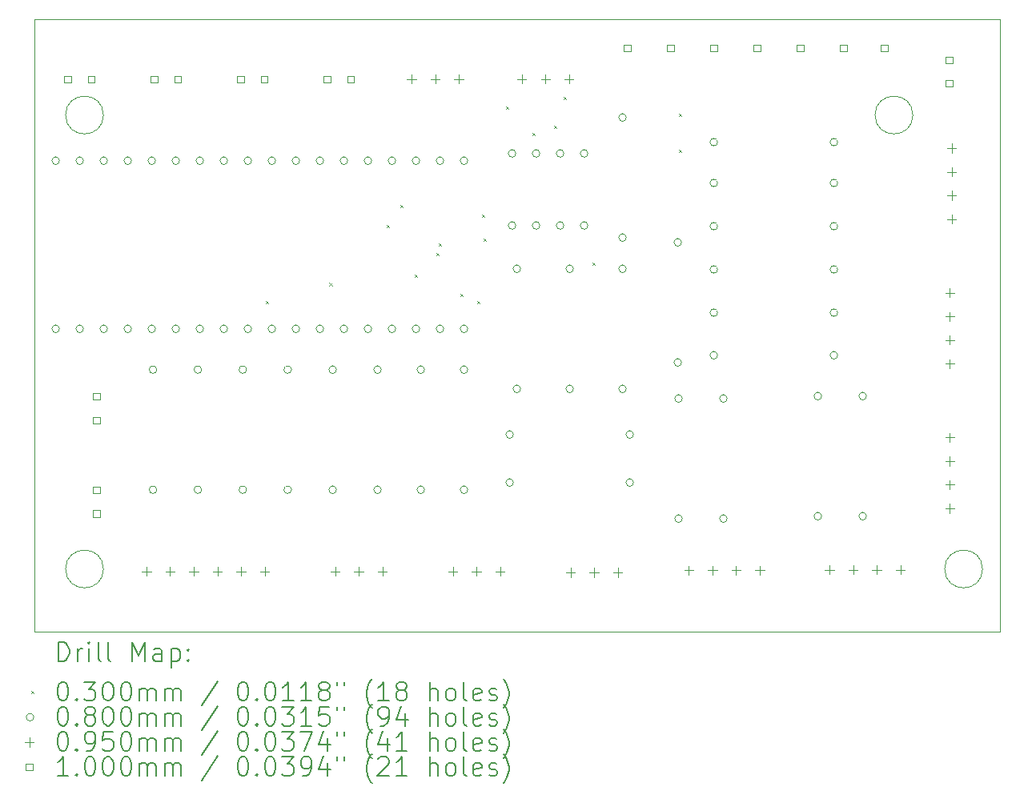
<source format=gbr>
%TF.GenerationSoftware,KiCad,Pcbnew,9.0.2*%
%TF.CreationDate,2025-07-11T23:57:39-07:00*%
%TF.ProjectId,motherboard,6d6f7468-6572-4626-9f61-72642e6b6963,rev?*%
%TF.SameCoordinates,Original*%
%TF.FileFunction,Drillmap*%
%TF.FilePolarity,Positive*%
%FSLAX45Y45*%
G04 Gerber Fmt 4.5, Leading zero omitted, Abs format (unit mm)*
G04 Created by KiCad (PCBNEW 9.0.2) date 2025-07-11 23:57:39*
%MOMM*%
%LPD*%
G01*
G04 APERTURE LIST*
%ADD10C,0.050000*%
%ADD11C,0.200000*%
%ADD12C,0.100000*%
G04 APERTURE END LIST*
D10*
X10537800Y-2209800D02*
G75*
G02*
X10137800Y-2209800I-200000J0D01*
G01*
X10137800Y-2209800D02*
G75*
G02*
X10537800Y-2209800I200000J0D01*
G01*
X1978000Y-2209800D02*
G75*
G02*
X1578000Y-2209800I-200000J0D01*
G01*
X1578000Y-2209800D02*
G75*
G02*
X1978000Y-2209800I200000J0D01*
G01*
X1244600Y-1193800D02*
X11455400Y-1193800D01*
X11455400Y-7670800D01*
X1244600Y-7670800D01*
X1244600Y-1193800D01*
X1978000Y-7010400D02*
G75*
G02*
X1578000Y-7010400I-200000J0D01*
G01*
X1578000Y-7010400D02*
G75*
G02*
X1978000Y-7010400I200000J0D01*
G01*
X11274400Y-7010400D02*
G75*
G02*
X10874400Y-7010400I-200000J0D01*
G01*
X10874400Y-7010400D02*
G75*
G02*
X11274400Y-7010400I200000J0D01*
G01*
D11*
D12*
X3693400Y-4176000D02*
X3723400Y-4206000D01*
X3723400Y-4176000D02*
X3693400Y-4206000D01*
X4366500Y-3985500D02*
X4396500Y-4015500D01*
X4396500Y-3985500D02*
X4366500Y-4015500D01*
X4972600Y-3371747D02*
X5002600Y-3401747D01*
X5002600Y-3371747D02*
X4972600Y-3401747D01*
X5115800Y-3160000D02*
X5145800Y-3190000D01*
X5145800Y-3160000D02*
X5115800Y-3190000D01*
X5268200Y-3896600D02*
X5298200Y-3926600D01*
X5298200Y-3896600D02*
X5268200Y-3926600D01*
X5496800Y-3668000D02*
X5526800Y-3698000D01*
X5526800Y-3668000D02*
X5496800Y-3698000D01*
X5522200Y-3566400D02*
X5552200Y-3596400D01*
X5552200Y-3566400D02*
X5522200Y-3596400D01*
X5750800Y-4099800D02*
X5780800Y-4129800D01*
X5780800Y-4099800D02*
X5750800Y-4129800D01*
X5928600Y-4176000D02*
X5958600Y-4206000D01*
X5958600Y-4176000D02*
X5928600Y-4206000D01*
X5979400Y-3261600D02*
X6009400Y-3291600D01*
X6009400Y-3261600D02*
X5979400Y-3291600D01*
X5995600Y-3515600D02*
X6025600Y-3545600D01*
X6025600Y-3515600D02*
X5995600Y-3545600D01*
X6233400Y-2118600D02*
X6263400Y-2148600D01*
X6263400Y-2118600D02*
X6233400Y-2148600D01*
X6512800Y-2398000D02*
X6542800Y-2428000D01*
X6542800Y-2398000D02*
X6512800Y-2428000D01*
X6741400Y-2321800D02*
X6771400Y-2351800D01*
X6771400Y-2321800D02*
X6741400Y-2351800D01*
X6843000Y-2017000D02*
X6873000Y-2047000D01*
X6873000Y-2017000D02*
X6843000Y-2047000D01*
X7147800Y-3769600D02*
X7177800Y-3799600D01*
X7177800Y-3769600D02*
X7147800Y-3799600D01*
X8062200Y-2194800D02*
X8092200Y-2224800D01*
X8092200Y-2194800D02*
X8062200Y-2224800D01*
X8062200Y-2575800D02*
X8092200Y-2605800D01*
X8092200Y-2575800D02*
X8062200Y-2605800D01*
X1513200Y-2692400D02*
G75*
G02*
X1433200Y-2692400I-40000J0D01*
G01*
X1433200Y-2692400D02*
G75*
G02*
X1513200Y-2692400I40000J0D01*
G01*
X1513200Y-4470400D02*
G75*
G02*
X1433200Y-4470400I-40000J0D01*
G01*
X1433200Y-4470400D02*
G75*
G02*
X1513200Y-4470400I40000J0D01*
G01*
X1767200Y-2692400D02*
G75*
G02*
X1687200Y-2692400I-40000J0D01*
G01*
X1687200Y-2692400D02*
G75*
G02*
X1767200Y-2692400I40000J0D01*
G01*
X1767200Y-4470400D02*
G75*
G02*
X1687200Y-4470400I-40000J0D01*
G01*
X1687200Y-4470400D02*
G75*
G02*
X1767200Y-4470400I40000J0D01*
G01*
X2021200Y-2692400D02*
G75*
G02*
X1941200Y-2692400I-40000J0D01*
G01*
X1941200Y-2692400D02*
G75*
G02*
X2021200Y-2692400I40000J0D01*
G01*
X2021200Y-4470400D02*
G75*
G02*
X1941200Y-4470400I-40000J0D01*
G01*
X1941200Y-4470400D02*
G75*
G02*
X2021200Y-4470400I40000J0D01*
G01*
X2275200Y-2692400D02*
G75*
G02*
X2195200Y-2692400I-40000J0D01*
G01*
X2195200Y-2692400D02*
G75*
G02*
X2275200Y-2692400I40000J0D01*
G01*
X2275200Y-4470400D02*
G75*
G02*
X2195200Y-4470400I-40000J0D01*
G01*
X2195200Y-4470400D02*
G75*
G02*
X2275200Y-4470400I40000J0D01*
G01*
X2529200Y-2692400D02*
G75*
G02*
X2449200Y-2692400I-40000J0D01*
G01*
X2449200Y-2692400D02*
G75*
G02*
X2529200Y-2692400I40000J0D01*
G01*
X2529200Y-4470400D02*
G75*
G02*
X2449200Y-4470400I-40000J0D01*
G01*
X2449200Y-4470400D02*
G75*
G02*
X2529200Y-4470400I40000J0D01*
G01*
X2541800Y-4902200D02*
G75*
G02*
X2461800Y-4902200I-40000J0D01*
G01*
X2461800Y-4902200D02*
G75*
G02*
X2541800Y-4902200I40000J0D01*
G01*
X2541800Y-6172200D02*
G75*
G02*
X2461800Y-6172200I-40000J0D01*
G01*
X2461800Y-6172200D02*
G75*
G02*
X2541800Y-6172200I40000J0D01*
G01*
X2783200Y-2692400D02*
G75*
G02*
X2703200Y-2692400I-40000J0D01*
G01*
X2703200Y-2692400D02*
G75*
G02*
X2783200Y-2692400I40000J0D01*
G01*
X2783200Y-4470400D02*
G75*
G02*
X2703200Y-4470400I-40000J0D01*
G01*
X2703200Y-4470400D02*
G75*
G02*
X2783200Y-4470400I40000J0D01*
G01*
X3016800Y-4902200D02*
G75*
G02*
X2936800Y-4902200I-40000J0D01*
G01*
X2936800Y-4902200D02*
G75*
G02*
X3016800Y-4902200I40000J0D01*
G01*
X3016800Y-6172200D02*
G75*
G02*
X2936800Y-6172200I-40000J0D01*
G01*
X2936800Y-6172200D02*
G75*
G02*
X3016800Y-6172200I40000J0D01*
G01*
X3037200Y-2692400D02*
G75*
G02*
X2957200Y-2692400I-40000J0D01*
G01*
X2957200Y-2692400D02*
G75*
G02*
X3037200Y-2692400I40000J0D01*
G01*
X3037200Y-4470400D02*
G75*
G02*
X2957200Y-4470400I-40000J0D01*
G01*
X2957200Y-4470400D02*
G75*
G02*
X3037200Y-4470400I40000J0D01*
G01*
X3291200Y-2692400D02*
G75*
G02*
X3211200Y-2692400I-40000J0D01*
G01*
X3211200Y-2692400D02*
G75*
G02*
X3291200Y-2692400I40000J0D01*
G01*
X3291200Y-4470400D02*
G75*
G02*
X3211200Y-4470400I-40000J0D01*
G01*
X3211200Y-4470400D02*
G75*
G02*
X3291200Y-4470400I40000J0D01*
G01*
X3491800Y-4902200D02*
G75*
G02*
X3411800Y-4902200I-40000J0D01*
G01*
X3411800Y-4902200D02*
G75*
G02*
X3491800Y-4902200I40000J0D01*
G01*
X3491800Y-6172200D02*
G75*
G02*
X3411800Y-6172200I-40000J0D01*
G01*
X3411800Y-6172200D02*
G75*
G02*
X3491800Y-6172200I40000J0D01*
G01*
X3545200Y-2692400D02*
G75*
G02*
X3465200Y-2692400I-40000J0D01*
G01*
X3465200Y-2692400D02*
G75*
G02*
X3545200Y-2692400I40000J0D01*
G01*
X3545200Y-4470400D02*
G75*
G02*
X3465200Y-4470400I-40000J0D01*
G01*
X3465200Y-4470400D02*
G75*
G02*
X3545200Y-4470400I40000J0D01*
G01*
X3799200Y-2692400D02*
G75*
G02*
X3719200Y-2692400I-40000J0D01*
G01*
X3719200Y-2692400D02*
G75*
G02*
X3799200Y-2692400I40000J0D01*
G01*
X3799200Y-4470400D02*
G75*
G02*
X3719200Y-4470400I-40000J0D01*
G01*
X3719200Y-4470400D02*
G75*
G02*
X3799200Y-4470400I40000J0D01*
G01*
X3966800Y-4902200D02*
G75*
G02*
X3886800Y-4902200I-40000J0D01*
G01*
X3886800Y-4902200D02*
G75*
G02*
X3966800Y-4902200I40000J0D01*
G01*
X3966800Y-6172200D02*
G75*
G02*
X3886800Y-6172200I-40000J0D01*
G01*
X3886800Y-6172200D02*
G75*
G02*
X3966800Y-6172200I40000J0D01*
G01*
X4053200Y-2692400D02*
G75*
G02*
X3973200Y-2692400I-40000J0D01*
G01*
X3973200Y-2692400D02*
G75*
G02*
X4053200Y-2692400I40000J0D01*
G01*
X4053200Y-4470400D02*
G75*
G02*
X3973200Y-4470400I-40000J0D01*
G01*
X3973200Y-4470400D02*
G75*
G02*
X4053200Y-4470400I40000J0D01*
G01*
X4307200Y-2692400D02*
G75*
G02*
X4227200Y-2692400I-40000J0D01*
G01*
X4227200Y-2692400D02*
G75*
G02*
X4307200Y-2692400I40000J0D01*
G01*
X4307200Y-4470400D02*
G75*
G02*
X4227200Y-4470400I-40000J0D01*
G01*
X4227200Y-4470400D02*
G75*
G02*
X4307200Y-4470400I40000J0D01*
G01*
X4441800Y-4902200D02*
G75*
G02*
X4361800Y-4902200I-40000J0D01*
G01*
X4361800Y-4902200D02*
G75*
G02*
X4441800Y-4902200I40000J0D01*
G01*
X4441800Y-6172200D02*
G75*
G02*
X4361800Y-6172200I-40000J0D01*
G01*
X4361800Y-6172200D02*
G75*
G02*
X4441800Y-6172200I40000J0D01*
G01*
X4561200Y-2692400D02*
G75*
G02*
X4481200Y-2692400I-40000J0D01*
G01*
X4481200Y-2692400D02*
G75*
G02*
X4561200Y-2692400I40000J0D01*
G01*
X4561200Y-4470400D02*
G75*
G02*
X4481200Y-4470400I-40000J0D01*
G01*
X4481200Y-4470400D02*
G75*
G02*
X4561200Y-4470400I40000J0D01*
G01*
X4815200Y-2692400D02*
G75*
G02*
X4735200Y-2692400I-40000J0D01*
G01*
X4735200Y-2692400D02*
G75*
G02*
X4815200Y-2692400I40000J0D01*
G01*
X4815200Y-4470400D02*
G75*
G02*
X4735200Y-4470400I-40000J0D01*
G01*
X4735200Y-4470400D02*
G75*
G02*
X4815200Y-4470400I40000J0D01*
G01*
X4916800Y-4902200D02*
G75*
G02*
X4836800Y-4902200I-40000J0D01*
G01*
X4836800Y-4902200D02*
G75*
G02*
X4916800Y-4902200I40000J0D01*
G01*
X4916800Y-6172200D02*
G75*
G02*
X4836800Y-6172200I-40000J0D01*
G01*
X4836800Y-6172200D02*
G75*
G02*
X4916800Y-6172200I40000J0D01*
G01*
X5069200Y-2692400D02*
G75*
G02*
X4989200Y-2692400I-40000J0D01*
G01*
X4989200Y-2692400D02*
G75*
G02*
X5069200Y-2692400I40000J0D01*
G01*
X5069200Y-4470400D02*
G75*
G02*
X4989200Y-4470400I-40000J0D01*
G01*
X4989200Y-4470400D02*
G75*
G02*
X5069200Y-4470400I40000J0D01*
G01*
X5323200Y-2692400D02*
G75*
G02*
X5243200Y-2692400I-40000J0D01*
G01*
X5243200Y-2692400D02*
G75*
G02*
X5323200Y-2692400I40000J0D01*
G01*
X5323200Y-4470400D02*
G75*
G02*
X5243200Y-4470400I-40000J0D01*
G01*
X5243200Y-4470400D02*
G75*
G02*
X5323200Y-4470400I40000J0D01*
G01*
X5374000Y-4902200D02*
G75*
G02*
X5294000Y-4902200I-40000J0D01*
G01*
X5294000Y-4902200D02*
G75*
G02*
X5374000Y-4902200I40000J0D01*
G01*
X5374000Y-6172200D02*
G75*
G02*
X5294000Y-6172200I-40000J0D01*
G01*
X5294000Y-6172200D02*
G75*
G02*
X5374000Y-6172200I40000J0D01*
G01*
X5577200Y-2692400D02*
G75*
G02*
X5497200Y-2692400I-40000J0D01*
G01*
X5497200Y-2692400D02*
G75*
G02*
X5577200Y-2692400I40000J0D01*
G01*
X5577200Y-4470400D02*
G75*
G02*
X5497200Y-4470400I-40000J0D01*
G01*
X5497200Y-4470400D02*
G75*
G02*
X5577200Y-4470400I40000J0D01*
G01*
X5831200Y-2692400D02*
G75*
G02*
X5751200Y-2692400I-40000J0D01*
G01*
X5751200Y-2692400D02*
G75*
G02*
X5831200Y-2692400I40000J0D01*
G01*
X5831200Y-4470400D02*
G75*
G02*
X5751200Y-4470400I-40000J0D01*
G01*
X5751200Y-4470400D02*
G75*
G02*
X5831200Y-4470400I40000J0D01*
G01*
X5831200Y-4902200D02*
G75*
G02*
X5751200Y-4902200I-40000J0D01*
G01*
X5751200Y-4902200D02*
G75*
G02*
X5831200Y-4902200I40000J0D01*
G01*
X5831200Y-6172200D02*
G75*
G02*
X5751200Y-6172200I-40000J0D01*
G01*
X5751200Y-6172200D02*
G75*
G02*
X5831200Y-6172200I40000J0D01*
G01*
X6313800Y-5588000D02*
G75*
G02*
X6233800Y-5588000I-40000J0D01*
G01*
X6233800Y-5588000D02*
G75*
G02*
X6313800Y-5588000I40000J0D01*
G01*
X6313800Y-6096000D02*
G75*
G02*
X6233800Y-6096000I-40000J0D01*
G01*
X6233800Y-6096000D02*
G75*
G02*
X6313800Y-6096000I40000J0D01*
G01*
X6339200Y-2615700D02*
G75*
G02*
X6259200Y-2615700I-40000J0D01*
G01*
X6259200Y-2615700D02*
G75*
G02*
X6339200Y-2615700I40000J0D01*
G01*
X6339200Y-3377700D02*
G75*
G02*
X6259200Y-3377700I-40000J0D01*
G01*
X6259200Y-3377700D02*
G75*
G02*
X6339200Y-3377700I40000J0D01*
G01*
X6390000Y-3835400D02*
G75*
G02*
X6310000Y-3835400I-40000J0D01*
G01*
X6310000Y-3835400D02*
G75*
G02*
X6390000Y-3835400I40000J0D01*
G01*
X6390000Y-5105400D02*
G75*
G02*
X6310000Y-5105400I-40000J0D01*
G01*
X6310000Y-5105400D02*
G75*
G02*
X6390000Y-5105400I40000J0D01*
G01*
X6593200Y-2615700D02*
G75*
G02*
X6513200Y-2615700I-40000J0D01*
G01*
X6513200Y-2615700D02*
G75*
G02*
X6593200Y-2615700I40000J0D01*
G01*
X6593200Y-3377700D02*
G75*
G02*
X6513200Y-3377700I-40000J0D01*
G01*
X6513200Y-3377700D02*
G75*
G02*
X6593200Y-3377700I40000J0D01*
G01*
X6847200Y-2615700D02*
G75*
G02*
X6767200Y-2615700I-40000J0D01*
G01*
X6767200Y-2615700D02*
G75*
G02*
X6847200Y-2615700I40000J0D01*
G01*
X6847200Y-3377700D02*
G75*
G02*
X6767200Y-3377700I-40000J0D01*
G01*
X6767200Y-3377700D02*
G75*
G02*
X6847200Y-3377700I40000J0D01*
G01*
X6948800Y-3835400D02*
G75*
G02*
X6868800Y-3835400I-40000J0D01*
G01*
X6868800Y-3835400D02*
G75*
G02*
X6948800Y-3835400I40000J0D01*
G01*
X6948800Y-5105400D02*
G75*
G02*
X6868800Y-5105400I-40000J0D01*
G01*
X6868800Y-5105400D02*
G75*
G02*
X6948800Y-5105400I40000J0D01*
G01*
X7101200Y-2615700D02*
G75*
G02*
X7021200Y-2615700I-40000J0D01*
G01*
X7021200Y-2615700D02*
G75*
G02*
X7101200Y-2615700I40000J0D01*
G01*
X7101200Y-3377700D02*
G75*
G02*
X7021200Y-3377700I-40000J0D01*
G01*
X7021200Y-3377700D02*
G75*
G02*
X7101200Y-3377700I40000J0D01*
G01*
X7507600Y-2235200D02*
G75*
G02*
X7427600Y-2235200I-40000J0D01*
G01*
X7427600Y-2235200D02*
G75*
G02*
X7507600Y-2235200I40000J0D01*
G01*
X7507600Y-3505200D02*
G75*
G02*
X7427600Y-3505200I-40000J0D01*
G01*
X7427600Y-3505200D02*
G75*
G02*
X7507600Y-3505200I40000J0D01*
G01*
X7507600Y-3835400D02*
G75*
G02*
X7427600Y-3835400I-40000J0D01*
G01*
X7427600Y-3835400D02*
G75*
G02*
X7507600Y-3835400I40000J0D01*
G01*
X7507600Y-5105400D02*
G75*
G02*
X7427600Y-5105400I-40000J0D01*
G01*
X7427600Y-5105400D02*
G75*
G02*
X7507600Y-5105400I40000J0D01*
G01*
X7583800Y-5588000D02*
G75*
G02*
X7503800Y-5588000I-40000J0D01*
G01*
X7503800Y-5588000D02*
G75*
G02*
X7583800Y-5588000I40000J0D01*
G01*
X7583800Y-6096000D02*
G75*
G02*
X7503800Y-6096000I-40000J0D01*
G01*
X7503800Y-6096000D02*
G75*
G02*
X7583800Y-6096000I40000J0D01*
G01*
X8091800Y-3556000D02*
G75*
G02*
X8011800Y-3556000I-40000J0D01*
G01*
X8011800Y-3556000D02*
G75*
G02*
X8091800Y-3556000I40000J0D01*
G01*
X8091800Y-4826000D02*
G75*
G02*
X8011800Y-4826000I-40000J0D01*
G01*
X8011800Y-4826000D02*
G75*
G02*
X8091800Y-4826000I40000J0D01*
G01*
X8099400Y-5207000D02*
G75*
G02*
X8019400Y-5207000I-40000J0D01*
G01*
X8019400Y-5207000D02*
G75*
G02*
X8099400Y-5207000I40000J0D01*
G01*
X8099400Y-6477000D02*
G75*
G02*
X8019400Y-6477000I-40000J0D01*
G01*
X8019400Y-6477000D02*
G75*
G02*
X8099400Y-6477000I40000J0D01*
G01*
X8472800Y-2496800D02*
G75*
G02*
X8392800Y-2496800I-40000J0D01*
G01*
X8392800Y-2496800D02*
G75*
G02*
X8472800Y-2496800I40000J0D01*
G01*
X8472800Y-2928600D02*
G75*
G02*
X8392800Y-2928600I-40000J0D01*
G01*
X8392800Y-2928600D02*
G75*
G02*
X8472800Y-2928600I40000J0D01*
G01*
X8472800Y-3385800D02*
G75*
G02*
X8392800Y-3385800I-40000J0D01*
G01*
X8392800Y-3385800D02*
G75*
G02*
X8472800Y-3385800I40000J0D01*
G01*
X8472800Y-3843000D02*
G75*
G02*
X8392800Y-3843000I-40000J0D01*
G01*
X8392800Y-3843000D02*
G75*
G02*
X8472800Y-3843000I40000J0D01*
G01*
X8472800Y-4300200D02*
G75*
G02*
X8392800Y-4300200I-40000J0D01*
G01*
X8392800Y-4300200D02*
G75*
G02*
X8472800Y-4300200I40000J0D01*
G01*
X8472800Y-4749800D02*
G75*
G02*
X8392800Y-4749800I-40000J0D01*
G01*
X8392800Y-4749800D02*
G75*
G02*
X8472800Y-4749800I40000J0D01*
G01*
X8574400Y-5207000D02*
G75*
G02*
X8494400Y-5207000I-40000J0D01*
G01*
X8494400Y-5207000D02*
G75*
G02*
X8574400Y-5207000I40000J0D01*
G01*
X8574400Y-6477000D02*
G75*
G02*
X8494400Y-6477000I-40000J0D01*
G01*
X8494400Y-6477000D02*
G75*
G02*
X8574400Y-6477000I40000J0D01*
G01*
X9572600Y-5181600D02*
G75*
G02*
X9492600Y-5181600I-40000J0D01*
G01*
X9492600Y-5181600D02*
G75*
G02*
X9572600Y-5181600I40000J0D01*
G01*
X9572600Y-6451600D02*
G75*
G02*
X9492600Y-6451600I-40000J0D01*
G01*
X9492600Y-6451600D02*
G75*
G02*
X9572600Y-6451600I40000J0D01*
G01*
X9742800Y-2496800D02*
G75*
G02*
X9662800Y-2496800I-40000J0D01*
G01*
X9662800Y-2496800D02*
G75*
G02*
X9742800Y-2496800I40000J0D01*
G01*
X9742800Y-2928600D02*
G75*
G02*
X9662800Y-2928600I-40000J0D01*
G01*
X9662800Y-2928600D02*
G75*
G02*
X9742800Y-2928600I40000J0D01*
G01*
X9742800Y-3385800D02*
G75*
G02*
X9662800Y-3385800I-40000J0D01*
G01*
X9662800Y-3385800D02*
G75*
G02*
X9742800Y-3385800I40000J0D01*
G01*
X9742800Y-3843000D02*
G75*
G02*
X9662800Y-3843000I-40000J0D01*
G01*
X9662800Y-3843000D02*
G75*
G02*
X9742800Y-3843000I40000J0D01*
G01*
X9742800Y-4300200D02*
G75*
G02*
X9662800Y-4300200I-40000J0D01*
G01*
X9662800Y-4300200D02*
G75*
G02*
X9742800Y-4300200I40000J0D01*
G01*
X9742800Y-4749800D02*
G75*
G02*
X9662800Y-4749800I-40000J0D01*
G01*
X9662800Y-4749800D02*
G75*
G02*
X9742800Y-4749800I40000J0D01*
G01*
X10047600Y-5181600D02*
G75*
G02*
X9967600Y-5181600I-40000J0D01*
G01*
X9967600Y-5181600D02*
G75*
G02*
X10047600Y-5181600I40000J0D01*
G01*
X10047600Y-6451600D02*
G75*
G02*
X9967600Y-6451600I-40000J0D01*
G01*
X9967600Y-6451600D02*
G75*
G02*
X10047600Y-6451600I40000J0D01*
G01*
X2433000Y-6988300D02*
X2433000Y-7083300D01*
X2385500Y-7035800D02*
X2480500Y-7035800D01*
X2683000Y-6988300D02*
X2683000Y-7083300D01*
X2635500Y-7035800D02*
X2730500Y-7035800D01*
X2933000Y-6988300D02*
X2933000Y-7083300D01*
X2885500Y-7035800D02*
X2980500Y-7035800D01*
X3183000Y-6988300D02*
X3183000Y-7083300D01*
X3135500Y-7035800D02*
X3230500Y-7035800D01*
X3433000Y-6988300D02*
X3433000Y-7083300D01*
X3385500Y-7035800D02*
X3480500Y-7035800D01*
X3683000Y-6988300D02*
X3683000Y-7083300D01*
X3635500Y-7035800D02*
X3730500Y-7035800D01*
X4427600Y-6988300D02*
X4427600Y-7083300D01*
X4380100Y-7035800D02*
X4475100Y-7035800D01*
X4677600Y-6988300D02*
X4677600Y-7083300D01*
X4630100Y-7035800D02*
X4725100Y-7035800D01*
X4927600Y-6988300D02*
X4927600Y-7083300D01*
X4880100Y-7035800D02*
X4975100Y-7035800D01*
X5236400Y-1782900D02*
X5236400Y-1877900D01*
X5188900Y-1830400D02*
X5283900Y-1830400D01*
X5486400Y-1782900D02*
X5486400Y-1877900D01*
X5438900Y-1830400D02*
X5533900Y-1830400D01*
X5672200Y-6988300D02*
X5672200Y-7083300D01*
X5624700Y-7035800D02*
X5719700Y-7035800D01*
X5736400Y-1782900D02*
X5736400Y-1877900D01*
X5688900Y-1830400D02*
X5783900Y-1830400D01*
X5922200Y-6988300D02*
X5922200Y-7083300D01*
X5874700Y-7035800D02*
X5969700Y-7035800D01*
X6172200Y-6988300D02*
X6172200Y-7083300D01*
X6124700Y-7035800D02*
X6219700Y-7035800D01*
X6402800Y-1782900D02*
X6402800Y-1877900D01*
X6355300Y-1830400D02*
X6450300Y-1830400D01*
X6652800Y-1782900D02*
X6652800Y-1877900D01*
X6605300Y-1830400D02*
X6700300Y-1830400D01*
X6902800Y-1782900D02*
X6902800Y-1877900D01*
X6855300Y-1830400D02*
X6950300Y-1830400D01*
X6916800Y-6998750D02*
X6916800Y-7093750D01*
X6869300Y-7046250D02*
X6964300Y-7046250D01*
X7166800Y-6998750D02*
X7166800Y-7093750D01*
X7119300Y-7046250D02*
X7214300Y-7046250D01*
X7416800Y-6998750D02*
X7416800Y-7093750D01*
X7369300Y-7046250D02*
X7464300Y-7046250D01*
X8168800Y-6978200D02*
X8168800Y-7073200D01*
X8121300Y-7025700D02*
X8216300Y-7025700D01*
X8418800Y-6978200D02*
X8418800Y-7073200D01*
X8371300Y-7025700D02*
X8466300Y-7025700D01*
X8668800Y-6978200D02*
X8668800Y-7073200D01*
X8621300Y-7025700D02*
X8716300Y-7025700D01*
X8918800Y-6978200D02*
X8918800Y-7073200D01*
X8871300Y-7025700D02*
X8966300Y-7025700D01*
X9655400Y-6970550D02*
X9655400Y-7065550D01*
X9607900Y-7018050D02*
X9702900Y-7018050D01*
X9905400Y-6970550D02*
X9905400Y-7065550D01*
X9857900Y-7018050D02*
X9952900Y-7018050D01*
X10155400Y-6970550D02*
X10155400Y-7065550D01*
X10107900Y-7018050D02*
X10202900Y-7018050D01*
X10405400Y-6970550D02*
X10405400Y-7065550D01*
X10357900Y-7018050D02*
X10452900Y-7018050D01*
X10929650Y-4041900D02*
X10929650Y-4136900D01*
X10882150Y-4089400D02*
X10977150Y-4089400D01*
X10929650Y-4291900D02*
X10929650Y-4386900D01*
X10882150Y-4339400D02*
X10977150Y-4339400D01*
X10929650Y-4541900D02*
X10929650Y-4636900D01*
X10882150Y-4589400D02*
X10977150Y-4589400D01*
X10929650Y-4791900D02*
X10929650Y-4886900D01*
X10882150Y-4839400D02*
X10977150Y-4839400D01*
X10929650Y-5571900D02*
X10929650Y-5666900D01*
X10882150Y-5619400D02*
X10977150Y-5619400D01*
X10929650Y-5821900D02*
X10929650Y-5916900D01*
X10882150Y-5869400D02*
X10977150Y-5869400D01*
X10929650Y-6071900D02*
X10929650Y-6166900D01*
X10882150Y-6119400D02*
X10977150Y-6119400D01*
X10929650Y-6321900D02*
X10929650Y-6416900D01*
X10882150Y-6369400D02*
X10977150Y-6369400D01*
X10947400Y-2511900D02*
X10947400Y-2606900D01*
X10899900Y-2559400D02*
X10994900Y-2559400D01*
X10947400Y-2761900D02*
X10947400Y-2856900D01*
X10899900Y-2809400D02*
X10994900Y-2809400D01*
X10947400Y-3011900D02*
X10947400Y-3106900D01*
X10899900Y-3059400D02*
X10994900Y-3059400D01*
X10947400Y-3261900D02*
X10947400Y-3356900D01*
X10899900Y-3309400D02*
X10994900Y-3309400D01*
X1635556Y-1864156D02*
X1635556Y-1793444D01*
X1564844Y-1793444D01*
X1564844Y-1864156D01*
X1635556Y-1864156D01*
X1885556Y-1864156D02*
X1885556Y-1793444D01*
X1814844Y-1793444D01*
X1814844Y-1864156D01*
X1885556Y-1864156D01*
X1940356Y-5220956D02*
X1940356Y-5150244D01*
X1869644Y-5150244D01*
X1869644Y-5220956D01*
X1940356Y-5220956D01*
X1940356Y-5470956D02*
X1940356Y-5400244D01*
X1869644Y-5400244D01*
X1869644Y-5470956D01*
X1940356Y-5470956D01*
X1941006Y-6209556D02*
X1941006Y-6138844D01*
X1870294Y-6138844D01*
X1870294Y-6209556D01*
X1941006Y-6209556D01*
X1941006Y-6459556D02*
X1941006Y-6388844D01*
X1870294Y-6388844D01*
X1870294Y-6459556D01*
X1941006Y-6459556D01*
X2549956Y-1864156D02*
X2549956Y-1793444D01*
X2479244Y-1793444D01*
X2479244Y-1864156D01*
X2549956Y-1864156D01*
X2799956Y-1864156D02*
X2799956Y-1793444D01*
X2729244Y-1793444D01*
X2729244Y-1864156D01*
X2799956Y-1864156D01*
X3464356Y-1864156D02*
X3464356Y-1793444D01*
X3393644Y-1793444D01*
X3393644Y-1864156D01*
X3464356Y-1864156D01*
X3714356Y-1864156D02*
X3714356Y-1793444D01*
X3643644Y-1793444D01*
X3643644Y-1864156D01*
X3714356Y-1864156D01*
X4378756Y-1864156D02*
X4378756Y-1793444D01*
X4308044Y-1793444D01*
X4308044Y-1864156D01*
X4378756Y-1864156D01*
X4628756Y-1864156D02*
X4628756Y-1793444D01*
X4558044Y-1793444D01*
X4558044Y-1864156D01*
X4628756Y-1864156D01*
X7553756Y-1533956D02*
X7553756Y-1463244D01*
X7483044Y-1463244D01*
X7483044Y-1533956D01*
X7553756Y-1533956D01*
X8010956Y-1533956D02*
X8010956Y-1463244D01*
X7940244Y-1463244D01*
X7940244Y-1533956D01*
X8010956Y-1533956D01*
X8468156Y-1533956D02*
X8468156Y-1463244D01*
X8397444Y-1463244D01*
X8397444Y-1533956D01*
X8468156Y-1533956D01*
X8925356Y-1533956D02*
X8925356Y-1463244D01*
X8854644Y-1463244D01*
X8854644Y-1533956D01*
X8925356Y-1533956D01*
X9382556Y-1533956D02*
X9382556Y-1463244D01*
X9311844Y-1463244D01*
X9311844Y-1533956D01*
X9382556Y-1533956D01*
X9839756Y-1533956D02*
X9839756Y-1463244D01*
X9769044Y-1463244D01*
X9769044Y-1533956D01*
X9839756Y-1533956D01*
X10271556Y-1533956D02*
X10271556Y-1463244D01*
X10200844Y-1463244D01*
X10200844Y-1533956D01*
X10271556Y-1533956D01*
X10957356Y-1660956D02*
X10957356Y-1590244D01*
X10886644Y-1590244D01*
X10886644Y-1660956D01*
X10957356Y-1660956D01*
X10957356Y-1910956D02*
X10957356Y-1840244D01*
X10886644Y-1840244D01*
X10886644Y-1910956D01*
X10957356Y-1910956D01*
D11*
X1502877Y-7984784D02*
X1502877Y-7784784D01*
X1502877Y-7784784D02*
X1550496Y-7784784D01*
X1550496Y-7784784D02*
X1579067Y-7794308D01*
X1579067Y-7794308D02*
X1598115Y-7813355D01*
X1598115Y-7813355D02*
X1607639Y-7832403D01*
X1607639Y-7832403D02*
X1617162Y-7870498D01*
X1617162Y-7870498D02*
X1617162Y-7899069D01*
X1617162Y-7899069D02*
X1607639Y-7937165D01*
X1607639Y-7937165D02*
X1598115Y-7956212D01*
X1598115Y-7956212D02*
X1579067Y-7975260D01*
X1579067Y-7975260D02*
X1550496Y-7984784D01*
X1550496Y-7984784D02*
X1502877Y-7984784D01*
X1702877Y-7984784D02*
X1702877Y-7851450D01*
X1702877Y-7889546D02*
X1712401Y-7870498D01*
X1712401Y-7870498D02*
X1721924Y-7860974D01*
X1721924Y-7860974D02*
X1740972Y-7851450D01*
X1740972Y-7851450D02*
X1760020Y-7851450D01*
X1826686Y-7984784D02*
X1826686Y-7851450D01*
X1826686Y-7784784D02*
X1817162Y-7794308D01*
X1817162Y-7794308D02*
X1826686Y-7803831D01*
X1826686Y-7803831D02*
X1836210Y-7794308D01*
X1836210Y-7794308D02*
X1826686Y-7784784D01*
X1826686Y-7784784D02*
X1826686Y-7803831D01*
X1950496Y-7984784D02*
X1931448Y-7975260D01*
X1931448Y-7975260D02*
X1921924Y-7956212D01*
X1921924Y-7956212D02*
X1921924Y-7784784D01*
X2055258Y-7984784D02*
X2036210Y-7975260D01*
X2036210Y-7975260D02*
X2026686Y-7956212D01*
X2026686Y-7956212D02*
X2026686Y-7784784D01*
X2283829Y-7984784D02*
X2283829Y-7784784D01*
X2283829Y-7784784D02*
X2350496Y-7927641D01*
X2350496Y-7927641D02*
X2417163Y-7784784D01*
X2417163Y-7784784D02*
X2417163Y-7984784D01*
X2598115Y-7984784D02*
X2598115Y-7880022D01*
X2598115Y-7880022D02*
X2588591Y-7860974D01*
X2588591Y-7860974D02*
X2569544Y-7851450D01*
X2569544Y-7851450D02*
X2531448Y-7851450D01*
X2531448Y-7851450D02*
X2512401Y-7860974D01*
X2598115Y-7975260D02*
X2579067Y-7984784D01*
X2579067Y-7984784D02*
X2531448Y-7984784D01*
X2531448Y-7984784D02*
X2512401Y-7975260D01*
X2512401Y-7975260D02*
X2502877Y-7956212D01*
X2502877Y-7956212D02*
X2502877Y-7937165D01*
X2502877Y-7937165D02*
X2512401Y-7918117D01*
X2512401Y-7918117D02*
X2531448Y-7908593D01*
X2531448Y-7908593D02*
X2579067Y-7908593D01*
X2579067Y-7908593D02*
X2598115Y-7899069D01*
X2693353Y-7851450D02*
X2693353Y-8051450D01*
X2693353Y-7860974D02*
X2712401Y-7851450D01*
X2712401Y-7851450D02*
X2750496Y-7851450D01*
X2750496Y-7851450D02*
X2769544Y-7860974D01*
X2769544Y-7860974D02*
X2779067Y-7870498D01*
X2779067Y-7870498D02*
X2788591Y-7889546D01*
X2788591Y-7889546D02*
X2788591Y-7946688D01*
X2788591Y-7946688D02*
X2779067Y-7965736D01*
X2779067Y-7965736D02*
X2769544Y-7975260D01*
X2769544Y-7975260D02*
X2750496Y-7984784D01*
X2750496Y-7984784D02*
X2712401Y-7984784D01*
X2712401Y-7984784D02*
X2693353Y-7975260D01*
X2874305Y-7965736D02*
X2883829Y-7975260D01*
X2883829Y-7975260D02*
X2874305Y-7984784D01*
X2874305Y-7984784D02*
X2864782Y-7975260D01*
X2864782Y-7975260D02*
X2874305Y-7965736D01*
X2874305Y-7965736D02*
X2874305Y-7984784D01*
X2874305Y-7860974D02*
X2883829Y-7870498D01*
X2883829Y-7870498D02*
X2874305Y-7880022D01*
X2874305Y-7880022D02*
X2864782Y-7870498D01*
X2864782Y-7870498D02*
X2874305Y-7860974D01*
X2874305Y-7860974D02*
X2874305Y-7880022D01*
D12*
X1212100Y-8298300D02*
X1242100Y-8328300D01*
X1242100Y-8298300D02*
X1212100Y-8328300D01*
D11*
X1540972Y-8204784D02*
X1560020Y-8204784D01*
X1560020Y-8204784D02*
X1579067Y-8214308D01*
X1579067Y-8214308D02*
X1588591Y-8223831D01*
X1588591Y-8223831D02*
X1598115Y-8242879D01*
X1598115Y-8242879D02*
X1607639Y-8280974D01*
X1607639Y-8280974D02*
X1607639Y-8328593D01*
X1607639Y-8328593D02*
X1598115Y-8366688D01*
X1598115Y-8366688D02*
X1588591Y-8385736D01*
X1588591Y-8385736D02*
X1579067Y-8395260D01*
X1579067Y-8395260D02*
X1560020Y-8404784D01*
X1560020Y-8404784D02*
X1540972Y-8404784D01*
X1540972Y-8404784D02*
X1521924Y-8395260D01*
X1521924Y-8395260D02*
X1512401Y-8385736D01*
X1512401Y-8385736D02*
X1502877Y-8366688D01*
X1502877Y-8366688D02*
X1493353Y-8328593D01*
X1493353Y-8328593D02*
X1493353Y-8280974D01*
X1493353Y-8280974D02*
X1502877Y-8242879D01*
X1502877Y-8242879D02*
X1512401Y-8223831D01*
X1512401Y-8223831D02*
X1521924Y-8214308D01*
X1521924Y-8214308D02*
X1540972Y-8204784D01*
X1693353Y-8385736D02*
X1702877Y-8395260D01*
X1702877Y-8395260D02*
X1693353Y-8404784D01*
X1693353Y-8404784D02*
X1683829Y-8395260D01*
X1683829Y-8395260D02*
X1693353Y-8385736D01*
X1693353Y-8385736D02*
X1693353Y-8404784D01*
X1769543Y-8204784D02*
X1893353Y-8204784D01*
X1893353Y-8204784D02*
X1826686Y-8280974D01*
X1826686Y-8280974D02*
X1855258Y-8280974D01*
X1855258Y-8280974D02*
X1874305Y-8290498D01*
X1874305Y-8290498D02*
X1883829Y-8300022D01*
X1883829Y-8300022D02*
X1893353Y-8319069D01*
X1893353Y-8319069D02*
X1893353Y-8366688D01*
X1893353Y-8366688D02*
X1883829Y-8385736D01*
X1883829Y-8385736D02*
X1874305Y-8395260D01*
X1874305Y-8395260D02*
X1855258Y-8404784D01*
X1855258Y-8404784D02*
X1798115Y-8404784D01*
X1798115Y-8404784D02*
X1779067Y-8395260D01*
X1779067Y-8395260D02*
X1769543Y-8385736D01*
X2017162Y-8204784D02*
X2036210Y-8204784D01*
X2036210Y-8204784D02*
X2055258Y-8214308D01*
X2055258Y-8214308D02*
X2064782Y-8223831D01*
X2064782Y-8223831D02*
X2074305Y-8242879D01*
X2074305Y-8242879D02*
X2083829Y-8280974D01*
X2083829Y-8280974D02*
X2083829Y-8328593D01*
X2083829Y-8328593D02*
X2074305Y-8366688D01*
X2074305Y-8366688D02*
X2064782Y-8385736D01*
X2064782Y-8385736D02*
X2055258Y-8395260D01*
X2055258Y-8395260D02*
X2036210Y-8404784D01*
X2036210Y-8404784D02*
X2017162Y-8404784D01*
X2017162Y-8404784D02*
X1998115Y-8395260D01*
X1998115Y-8395260D02*
X1988591Y-8385736D01*
X1988591Y-8385736D02*
X1979067Y-8366688D01*
X1979067Y-8366688D02*
X1969543Y-8328593D01*
X1969543Y-8328593D02*
X1969543Y-8280974D01*
X1969543Y-8280974D02*
X1979067Y-8242879D01*
X1979067Y-8242879D02*
X1988591Y-8223831D01*
X1988591Y-8223831D02*
X1998115Y-8214308D01*
X1998115Y-8214308D02*
X2017162Y-8204784D01*
X2207639Y-8204784D02*
X2226686Y-8204784D01*
X2226686Y-8204784D02*
X2245734Y-8214308D01*
X2245734Y-8214308D02*
X2255258Y-8223831D01*
X2255258Y-8223831D02*
X2264782Y-8242879D01*
X2264782Y-8242879D02*
X2274305Y-8280974D01*
X2274305Y-8280974D02*
X2274305Y-8328593D01*
X2274305Y-8328593D02*
X2264782Y-8366688D01*
X2264782Y-8366688D02*
X2255258Y-8385736D01*
X2255258Y-8385736D02*
X2245734Y-8395260D01*
X2245734Y-8395260D02*
X2226686Y-8404784D01*
X2226686Y-8404784D02*
X2207639Y-8404784D01*
X2207639Y-8404784D02*
X2188591Y-8395260D01*
X2188591Y-8395260D02*
X2179067Y-8385736D01*
X2179067Y-8385736D02*
X2169544Y-8366688D01*
X2169544Y-8366688D02*
X2160020Y-8328593D01*
X2160020Y-8328593D02*
X2160020Y-8280974D01*
X2160020Y-8280974D02*
X2169544Y-8242879D01*
X2169544Y-8242879D02*
X2179067Y-8223831D01*
X2179067Y-8223831D02*
X2188591Y-8214308D01*
X2188591Y-8214308D02*
X2207639Y-8204784D01*
X2360020Y-8404784D02*
X2360020Y-8271450D01*
X2360020Y-8290498D02*
X2369544Y-8280974D01*
X2369544Y-8280974D02*
X2388591Y-8271450D01*
X2388591Y-8271450D02*
X2417163Y-8271450D01*
X2417163Y-8271450D02*
X2436210Y-8280974D01*
X2436210Y-8280974D02*
X2445734Y-8300022D01*
X2445734Y-8300022D02*
X2445734Y-8404784D01*
X2445734Y-8300022D02*
X2455258Y-8280974D01*
X2455258Y-8280974D02*
X2474305Y-8271450D01*
X2474305Y-8271450D02*
X2502877Y-8271450D01*
X2502877Y-8271450D02*
X2521925Y-8280974D01*
X2521925Y-8280974D02*
X2531448Y-8300022D01*
X2531448Y-8300022D02*
X2531448Y-8404784D01*
X2626686Y-8404784D02*
X2626686Y-8271450D01*
X2626686Y-8290498D02*
X2636210Y-8280974D01*
X2636210Y-8280974D02*
X2655258Y-8271450D01*
X2655258Y-8271450D02*
X2683829Y-8271450D01*
X2683829Y-8271450D02*
X2702877Y-8280974D01*
X2702877Y-8280974D02*
X2712401Y-8300022D01*
X2712401Y-8300022D02*
X2712401Y-8404784D01*
X2712401Y-8300022D02*
X2721925Y-8280974D01*
X2721925Y-8280974D02*
X2740972Y-8271450D01*
X2740972Y-8271450D02*
X2769544Y-8271450D01*
X2769544Y-8271450D02*
X2788591Y-8280974D01*
X2788591Y-8280974D02*
X2798115Y-8300022D01*
X2798115Y-8300022D02*
X2798115Y-8404784D01*
X3188591Y-8195260D02*
X3017163Y-8452403D01*
X3445734Y-8204784D02*
X3464782Y-8204784D01*
X3464782Y-8204784D02*
X3483829Y-8214308D01*
X3483829Y-8214308D02*
X3493353Y-8223831D01*
X3493353Y-8223831D02*
X3502877Y-8242879D01*
X3502877Y-8242879D02*
X3512401Y-8280974D01*
X3512401Y-8280974D02*
X3512401Y-8328593D01*
X3512401Y-8328593D02*
X3502877Y-8366688D01*
X3502877Y-8366688D02*
X3493353Y-8385736D01*
X3493353Y-8385736D02*
X3483829Y-8395260D01*
X3483829Y-8395260D02*
X3464782Y-8404784D01*
X3464782Y-8404784D02*
X3445734Y-8404784D01*
X3445734Y-8404784D02*
X3426686Y-8395260D01*
X3426686Y-8395260D02*
X3417163Y-8385736D01*
X3417163Y-8385736D02*
X3407639Y-8366688D01*
X3407639Y-8366688D02*
X3398115Y-8328593D01*
X3398115Y-8328593D02*
X3398115Y-8280974D01*
X3398115Y-8280974D02*
X3407639Y-8242879D01*
X3407639Y-8242879D02*
X3417163Y-8223831D01*
X3417163Y-8223831D02*
X3426686Y-8214308D01*
X3426686Y-8214308D02*
X3445734Y-8204784D01*
X3598115Y-8385736D02*
X3607639Y-8395260D01*
X3607639Y-8395260D02*
X3598115Y-8404784D01*
X3598115Y-8404784D02*
X3588591Y-8395260D01*
X3588591Y-8395260D02*
X3598115Y-8385736D01*
X3598115Y-8385736D02*
X3598115Y-8404784D01*
X3731448Y-8204784D02*
X3750496Y-8204784D01*
X3750496Y-8204784D02*
X3769544Y-8214308D01*
X3769544Y-8214308D02*
X3779067Y-8223831D01*
X3779067Y-8223831D02*
X3788591Y-8242879D01*
X3788591Y-8242879D02*
X3798115Y-8280974D01*
X3798115Y-8280974D02*
X3798115Y-8328593D01*
X3798115Y-8328593D02*
X3788591Y-8366688D01*
X3788591Y-8366688D02*
X3779067Y-8385736D01*
X3779067Y-8385736D02*
X3769544Y-8395260D01*
X3769544Y-8395260D02*
X3750496Y-8404784D01*
X3750496Y-8404784D02*
X3731448Y-8404784D01*
X3731448Y-8404784D02*
X3712401Y-8395260D01*
X3712401Y-8395260D02*
X3702877Y-8385736D01*
X3702877Y-8385736D02*
X3693353Y-8366688D01*
X3693353Y-8366688D02*
X3683829Y-8328593D01*
X3683829Y-8328593D02*
X3683829Y-8280974D01*
X3683829Y-8280974D02*
X3693353Y-8242879D01*
X3693353Y-8242879D02*
X3702877Y-8223831D01*
X3702877Y-8223831D02*
X3712401Y-8214308D01*
X3712401Y-8214308D02*
X3731448Y-8204784D01*
X3988591Y-8404784D02*
X3874306Y-8404784D01*
X3931448Y-8404784D02*
X3931448Y-8204784D01*
X3931448Y-8204784D02*
X3912401Y-8233355D01*
X3912401Y-8233355D02*
X3893353Y-8252403D01*
X3893353Y-8252403D02*
X3874306Y-8261927D01*
X4179067Y-8404784D02*
X4064782Y-8404784D01*
X4121925Y-8404784D02*
X4121925Y-8204784D01*
X4121925Y-8204784D02*
X4102877Y-8233355D01*
X4102877Y-8233355D02*
X4083829Y-8252403D01*
X4083829Y-8252403D02*
X4064782Y-8261927D01*
X4293353Y-8290498D02*
X4274306Y-8280974D01*
X4274306Y-8280974D02*
X4264782Y-8271450D01*
X4264782Y-8271450D02*
X4255258Y-8252403D01*
X4255258Y-8252403D02*
X4255258Y-8242879D01*
X4255258Y-8242879D02*
X4264782Y-8223831D01*
X4264782Y-8223831D02*
X4274306Y-8214308D01*
X4274306Y-8214308D02*
X4293353Y-8204784D01*
X4293353Y-8204784D02*
X4331449Y-8204784D01*
X4331449Y-8204784D02*
X4350496Y-8214308D01*
X4350496Y-8214308D02*
X4360020Y-8223831D01*
X4360020Y-8223831D02*
X4369544Y-8242879D01*
X4369544Y-8242879D02*
X4369544Y-8252403D01*
X4369544Y-8252403D02*
X4360020Y-8271450D01*
X4360020Y-8271450D02*
X4350496Y-8280974D01*
X4350496Y-8280974D02*
X4331449Y-8290498D01*
X4331449Y-8290498D02*
X4293353Y-8290498D01*
X4293353Y-8290498D02*
X4274306Y-8300022D01*
X4274306Y-8300022D02*
X4264782Y-8309546D01*
X4264782Y-8309546D02*
X4255258Y-8328593D01*
X4255258Y-8328593D02*
X4255258Y-8366688D01*
X4255258Y-8366688D02*
X4264782Y-8385736D01*
X4264782Y-8385736D02*
X4274306Y-8395260D01*
X4274306Y-8395260D02*
X4293353Y-8404784D01*
X4293353Y-8404784D02*
X4331449Y-8404784D01*
X4331449Y-8404784D02*
X4350496Y-8395260D01*
X4350496Y-8395260D02*
X4360020Y-8385736D01*
X4360020Y-8385736D02*
X4369544Y-8366688D01*
X4369544Y-8366688D02*
X4369544Y-8328593D01*
X4369544Y-8328593D02*
X4360020Y-8309546D01*
X4360020Y-8309546D02*
X4350496Y-8300022D01*
X4350496Y-8300022D02*
X4331449Y-8290498D01*
X4445734Y-8204784D02*
X4445734Y-8242879D01*
X4521925Y-8204784D02*
X4521925Y-8242879D01*
X4817163Y-8480974D02*
X4807639Y-8471450D01*
X4807639Y-8471450D02*
X4788591Y-8442879D01*
X4788591Y-8442879D02*
X4779068Y-8423831D01*
X4779068Y-8423831D02*
X4769544Y-8395260D01*
X4769544Y-8395260D02*
X4760020Y-8347641D01*
X4760020Y-8347641D02*
X4760020Y-8309546D01*
X4760020Y-8309546D02*
X4769544Y-8261927D01*
X4769544Y-8261927D02*
X4779068Y-8233355D01*
X4779068Y-8233355D02*
X4788591Y-8214308D01*
X4788591Y-8214308D02*
X4807639Y-8185736D01*
X4807639Y-8185736D02*
X4817163Y-8176212D01*
X4998115Y-8404784D02*
X4883830Y-8404784D01*
X4940972Y-8404784D02*
X4940972Y-8204784D01*
X4940972Y-8204784D02*
X4921925Y-8233355D01*
X4921925Y-8233355D02*
X4902877Y-8252403D01*
X4902877Y-8252403D02*
X4883830Y-8261927D01*
X5112401Y-8290498D02*
X5093353Y-8280974D01*
X5093353Y-8280974D02*
X5083830Y-8271450D01*
X5083830Y-8271450D02*
X5074306Y-8252403D01*
X5074306Y-8252403D02*
X5074306Y-8242879D01*
X5074306Y-8242879D02*
X5083830Y-8223831D01*
X5083830Y-8223831D02*
X5093353Y-8214308D01*
X5093353Y-8214308D02*
X5112401Y-8204784D01*
X5112401Y-8204784D02*
X5150496Y-8204784D01*
X5150496Y-8204784D02*
X5169544Y-8214308D01*
X5169544Y-8214308D02*
X5179068Y-8223831D01*
X5179068Y-8223831D02*
X5188591Y-8242879D01*
X5188591Y-8242879D02*
X5188591Y-8252403D01*
X5188591Y-8252403D02*
X5179068Y-8271450D01*
X5179068Y-8271450D02*
X5169544Y-8280974D01*
X5169544Y-8280974D02*
X5150496Y-8290498D01*
X5150496Y-8290498D02*
X5112401Y-8290498D01*
X5112401Y-8290498D02*
X5093353Y-8300022D01*
X5093353Y-8300022D02*
X5083830Y-8309546D01*
X5083830Y-8309546D02*
X5074306Y-8328593D01*
X5074306Y-8328593D02*
X5074306Y-8366688D01*
X5074306Y-8366688D02*
X5083830Y-8385736D01*
X5083830Y-8385736D02*
X5093353Y-8395260D01*
X5093353Y-8395260D02*
X5112401Y-8404784D01*
X5112401Y-8404784D02*
X5150496Y-8404784D01*
X5150496Y-8404784D02*
X5169544Y-8395260D01*
X5169544Y-8395260D02*
X5179068Y-8385736D01*
X5179068Y-8385736D02*
X5188591Y-8366688D01*
X5188591Y-8366688D02*
X5188591Y-8328593D01*
X5188591Y-8328593D02*
X5179068Y-8309546D01*
X5179068Y-8309546D02*
X5169544Y-8300022D01*
X5169544Y-8300022D02*
X5150496Y-8290498D01*
X5426687Y-8404784D02*
X5426687Y-8204784D01*
X5512401Y-8404784D02*
X5512401Y-8300022D01*
X5512401Y-8300022D02*
X5502877Y-8280974D01*
X5502877Y-8280974D02*
X5483830Y-8271450D01*
X5483830Y-8271450D02*
X5455258Y-8271450D01*
X5455258Y-8271450D02*
X5436211Y-8280974D01*
X5436211Y-8280974D02*
X5426687Y-8290498D01*
X5636210Y-8404784D02*
X5617163Y-8395260D01*
X5617163Y-8395260D02*
X5607639Y-8385736D01*
X5607639Y-8385736D02*
X5598115Y-8366688D01*
X5598115Y-8366688D02*
X5598115Y-8309546D01*
X5598115Y-8309546D02*
X5607639Y-8290498D01*
X5607639Y-8290498D02*
X5617163Y-8280974D01*
X5617163Y-8280974D02*
X5636210Y-8271450D01*
X5636210Y-8271450D02*
X5664782Y-8271450D01*
X5664782Y-8271450D02*
X5683830Y-8280974D01*
X5683830Y-8280974D02*
X5693353Y-8290498D01*
X5693353Y-8290498D02*
X5702877Y-8309546D01*
X5702877Y-8309546D02*
X5702877Y-8366688D01*
X5702877Y-8366688D02*
X5693353Y-8385736D01*
X5693353Y-8385736D02*
X5683830Y-8395260D01*
X5683830Y-8395260D02*
X5664782Y-8404784D01*
X5664782Y-8404784D02*
X5636210Y-8404784D01*
X5817163Y-8404784D02*
X5798115Y-8395260D01*
X5798115Y-8395260D02*
X5788591Y-8376212D01*
X5788591Y-8376212D02*
X5788591Y-8204784D01*
X5969544Y-8395260D02*
X5950496Y-8404784D01*
X5950496Y-8404784D02*
X5912401Y-8404784D01*
X5912401Y-8404784D02*
X5893353Y-8395260D01*
X5893353Y-8395260D02*
X5883830Y-8376212D01*
X5883830Y-8376212D02*
X5883830Y-8300022D01*
X5883830Y-8300022D02*
X5893353Y-8280974D01*
X5893353Y-8280974D02*
X5912401Y-8271450D01*
X5912401Y-8271450D02*
X5950496Y-8271450D01*
X5950496Y-8271450D02*
X5969544Y-8280974D01*
X5969544Y-8280974D02*
X5979068Y-8300022D01*
X5979068Y-8300022D02*
X5979068Y-8319069D01*
X5979068Y-8319069D02*
X5883830Y-8338117D01*
X6055258Y-8395260D02*
X6074306Y-8404784D01*
X6074306Y-8404784D02*
X6112401Y-8404784D01*
X6112401Y-8404784D02*
X6131449Y-8395260D01*
X6131449Y-8395260D02*
X6140972Y-8376212D01*
X6140972Y-8376212D02*
X6140972Y-8366688D01*
X6140972Y-8366688D02*
X6131449Y-8347641D01*
X6131449Y-8347641D02*
X6112401Y-8338117D01*
X6112401Y-8338117D02*
X6083830Y-8338117D01*
X6083830Y-8338117D02*
X6064782Y-8328593D01*
X6064782Y-8328593D02*
X6055258Y-8309546D01*
X6055258Y-8309546D02*
X6055258Y-8300022D01*
X6055258Y-8300022D02*
X6064782Y-8280974D01*
X6064782Y-8280974D02*
X6083830Y-8271450D01*
X6083830Y-8271450D02*
X6112401Y-8271450D01*
X6112401Y-8271450D02*
X6131449Y-8280974D01*
X6207639Y-8480974D02*
X6217163Y-8471450D01*
X6217163Y-8471450D02*
X6236211Y-8442879D01*
X6236211Y-8442879D02*
X6245734Y-8423831D01*
X6245734Y-8423831D02*
X6255258Y-8395260D01*
X6255258Y-8395260D02*
X6264782Y-8347641D01*
X6264782Y-8347641D02*
X6264782Y-8309546D01*
X6264782Y-8309546D02*
X6255258Y-8261927D01*
X6255258Y-8261927D02*
X6245734Y-8233355D01*
X6245734Y-8233355D02*
X6236211Y-8214308D01*
X6236211Y-8214308D02*
X6217163Y-8185736D01*
X6217163Y-8185736D02*
X6207639Y-8176212D01*
D12*
X1242100Y-8577300D02*
G75*
G02*
X1162100Y-8577300I-40000J0D01*
G01*
X1162100Y-8577300D02*
G75*
G02*
X1242100Y-8577300I40000J0D01*
G01*
D11*
X1540972Y-8468784D02*
X1560020Y-8468784D01*
X1560020Y-8468784D02*
X1579067Y-8478308D01*
X1579067Y-8478308D02*
X1588591Y-8487831D01*
X1588591Y-8487831D02*
X1598115Y-8506879D01*
X1598115Y-8506879D02*
X1607639Y-8544974D01*
X1607639Y-8544974D02*
X1607639Y-8592593D01*
X1607639Y-8592593D02*
X1598115Y-8630689D01*
X1598115Y-8630689D02*
X1588591Y-8649736D01*
X1588591Y-8649736D02*
X1579067Y-8659260D01*
X1579067Y-8659260D02*
X1560020Y-8668784D01*
X1560020Y-8668784D02*
X1540972Y-8668784D01*
X1540972Y-8668784D02*
X1521924Y-8659260D01*
X1521924Y-8659260D02*
X1512401Y-8649736D01*
X1512401Y-8649736D02*
X1502877Y-8630689D01*
X1502877Y-8630689D02*
X1493353Y-8592593D01*
X1493353Y-8592593D02*
X1493353Y-8544974D01*
X1493353Y-8544974D02*
X1502877Y-8506879D01*
X1502877Y-8506879D02*
X1512401Y-8487831D01*
X1512401Y-8487831D02*
X1521924Y-8478308D01*
X1521924Y-8478308D02*
X1540972Y-8468784D01*
X1693353Y-8649736D02*
X1702877Y-8659260D01*
X1702877Y-8659260D02*
X1693353Y-8668784D01*
X1693353Y-8668784D02*
X1683829Y-8659260D01*
X1683829Y-8659260D02*
X1693353Y-8649736D01*
X1693353Y-8649736D02*
X1693353Y-8668784D01*
X1817162Y-8554498D02*
X1798115Y-8544974D01*
X1798115Y-8544974D02*
X1788591Y-8535450D01*
X1788591Y-8535450D02*
X1779067Y-8516403D01*
X1779067Y-8516403D02*
X1779067Y-8506879D01*
X1779067Y-8506879D02*
X1788591Y-8487831D01*
X1788591Y-8487831D02*
X1798115Y-8478308D01*
X1798115Y-8478308D02*
X1817162Y-8468784D01*
X1817162Y-8468784D02*
X1855258Y-8468784D01*
X1855258Y-8468784D02*
X1874305Y-8478308D01*
X1874305Y-8478308D02*
X1883829Y-8487831D01*
X1883829Y-8487831D02*
X1893353Y-8506879D01*
X1893353Y-8506879D02*
X1893353Y-8516403D01*
X1893353Y-8516403D02*
X1883829Y-8535450D01*
X1883829Y-8535450D02*
X1874305Y-8544974D01*
X1874305Y-8544974D02*
X1855258Y-8554498D01*
X1855258Y-8554498D02*
X1817162Y-8554498D01*
X1817162Y-8554498D02*
X1798115Y-8564022D01*
X1798115Y-8564022D02*
X1788591Y-8573546D01*
X1788591Y-8573546D02*
X1779067Y-8592593D01*
X1779067Y-8592593D02*
X1779067Y-8630689D01*
X1779067Y-8630689D02*
X1788591Y-8649736D01*
X1788591Y-8649736D02*
X1798115Y-8659260D01*
X1798115Y-8659260D02*
X1817162Y-8668784D01*
X1817162Y-8668784D02*
X1855258Y-8668784D01*
X1855258Y-8668784D02*
X1874305Y-8659260D01*
X1874305Y-8659260D02*
X1883829Y-8649736D01*
X1883829Y-8649736D02*
X1893353Y-8630689D01*
X1893353Y-8630689D02*
X1893353Y-8592593D01*
X1893353Y-8592593D02*
X1883829Y-8573546D01*
X1883829Y-8573546D02*
X1874305Y-8564022D01*
X1874305Y-8564022D02*
X1855258Y-8554498D01*
X2017162Y-8468784D02*
X2036210Y-8468784D01*
X2036210Y-8468784D02*
X2055258Y-8478308D01*
X2055258Y-8478308D02*
X2064782Y-8487831D01*
X2064782Y-8487831D02*
X2074305Y-8506879D01*
X2074305Y-8506879D02*
X2083829Y-8544974D01*
X2083829Y-8544974D02*
X2083829Y-8592593D01*
X2083829Y-8592593D02*
X2074305Y-8630689D01*
X2074305Y-8630689D02*
X2064782Y-8649736D01*
X2064782Y-8649736D02*
X2055258Y-8659260D01*
X2055258Y-8659260D02*
X2036210Y-8668784D01*
X2036210Y-8668784D02*
X2017162Y-8668784D01*
X2017162Y-8668784D02*
X1998115Y-8659260D01*
X1998115Y-8659260D02*
X1988591Y-8649736D01*
X1988591Y-8649736D02*
X1979067Y-8630689D01*
X1979067Y-8630689D02*
X1969543Y-8592593D01*
X1969543Y-8592593D02*
X1969543Y-8544974D01*
X1969543Y-8544974D02*
X1979067Y-8506879D01*
X1979067Y-8506879D02*
X1988591Y-8487831D01*
X1988591Y-8487831D02*
X1998115Y-8478308D01*
X1998115Y-8478308D02*
X2017162Y-8468784D01*
X2207639Y-8468784D02*
X2226686Y-8468784D01*
X2226686Y-8468784D02*
X2245734Y-8478308D01*
X2245734Y-8478308D02*
X2255258Y-8487831D01*
X2255258Y-8487831D02*
X2264782Y-8506879D01*
X2264782Y-8506879D02*
X2274305Y-8544974D01*
X2274305Y-8544974D02*
X2274305Y-8592593D01*
X2274305Y-8592593D02*
X2264782Y-8630689D01*
X2264782Y-8630689D02*
X2255258Y-8649736D01*
X2255258Y-8649736D02*
X2245734Y-8659260D01*
X2245734Y-8659260D02*
X2226686Y-8668784D01*
X2226686Y-8668784D02*
X2207639Y-8668784D01*
X2207639Y-8668784D02*
X2188591Y-8659260D01*
X2188591Y-8659260D02*
X2179067Y-8649736D01*
X2179067Y-8649736D02*
X2169544Y-8630689D01*
X2169544Y-8630689D02*
X2160020Y-8592593D01*
X2160020Y-8592593D02*
X2160020Y-8544974D01*
X2160020Y-8544974D02*
X2169544Y-8506879D01*
X2169544Y-8506879D02*
X2179067Y-8487831D01*
X2179067Y-8487831D02*
X2188591Y-8478308D01*
X2188591Y-8478308D02*
X2207639Y-8468784D01*
X2360020Y-8668784D02*
X2360020Y-8535450D01*
X2360020Y-8554498D02*
X2369544Y-8544974D01*
X2369544Y-8544974D02*
X2388591Y-8535450D01*
X2388591Y-8535450D02*
X2417163Y-8535450D01*
X2417163Y-8535450D02*
X2436210Y-8544974D01*
X2436210Y-8544974D02*
X2445734Y-8564022D01*
X2445734Y-8564022D02*
X2445734Y-8668784D01*
X2445734Y-8564022D02*
X2455258Y-8544974D01*
X2455258Y-8544974D02*
X2474305Y-8535450D01*
X2474305Y-8535450D02*
X2502877Y-8535450D01*
X2502877Y-8535450D02*
X2521925Y-8544974D01*
X2521925Y-8544974D02*
X2531448Y-8564022D01*
X2531448Y-8564022D02*
X2531448Y-8668784D01*
X2626686Y-8668784D02*
X2626686Y-8535450D01*
X2626686Y-8554498D02*
X2636210Y-8544974D01*
X2636210Y-8544974D02*
X2655258Y-8535450D01*
X2655258Y-8535450D02*
X2683829Y-8535450D01*
X2683829Y-8535450D02*
X2702877Y-8544974D01*
X2702877Y-8544974D02*
X2712401Y-8564022D01*
X2712401Y-8564022D02*
X2712401Y-8668784D01*
X2712401Y-8564022D02*
X2721925Y-8544974D01*
X2721925Y-8544974D02*
X2740972Y-8535450D01*
X2740972Y-8535450D02*
X2769544Y-8535450D01*
X2769544Y-8535450D02*
X2788591Y-8544974D01*
X2788591Y-8544974D02*
X2798115Y-8564022D01*
X2798115Y-8564022D02*
X2798115Y-8668784D01*
X3188591Y-8459260D02*
X3017163Y-8716403D01*
X3445734Y-8468784D02*
X3464782Y-8468784D01*
X3464782Y-8468784D02*
X3483829Y-8478308D01*
X3483829Y-8478308D02*
X3493353Y-8487831D01*
X3493353Y-8487831D02*
X3502877Y-8506879D01*
X3502877Y-8506879D02*
X3512401Y-8544974D01*
X3512401Y-8544974D02*
X3512401Y-8592593D01*
X3512401Y-8592593D02*
X3502877Y-8630689D01*
X3502877Y-8630689D02*
X3493353Y-8649736D01*
X3493353Y-8649736D02*
X3483829Y-8659260D01*
X3483829Y-8659260D02*
X3464782Y-8668784D01*
X3464782Y-8668784D02*
X3445734Y-8668784D01*
X3445734Y-8668784D02*
X3426686Y-8659260D01*
X3426686Y-8659260D02*
X3417163Y-8649736D01*
X3417163Y-8649736D02*
X3407639Y-8630689D01*
X3407639Y-8630689D02*
X3398115Y-8592593D01*
X3398115Y-8592593D02*
X3398115Y-8544974D01*
X3398115Y-8544974D02*
X3407639Y-8506879D01*
X3407639Y-8506879D02*
X3417163Y-8487831D01*
X3417163Y-8487831D02*
X3426686Y-8478308D01*
X3426686Y-8478308D02*
X3445734Y-8468784D01*
X3598115Y-8649736D02*
X3607639Y-8659260D01*
X3607639Y-8659260D02*
X3598115Y-8668784D01*
X3598115Y-8668784D02*
X3588591Y-8659260D01*
X3588591Y-8659260D02*
X3598115Y-8649736D01*
X3598115Y-8649736D02*
X3598115Y-8668784D01*
X3731448Y-8468784D02*
X3750496Y-8468784D01*
X3750496Y-8468784D02*
X3769544Y-8478308D01*
X3769544Y-8478308D02*
X3779067Y-8487831D01*
X3779067Y-8487831D02*
X3788591Y-8506879D01*
X3788591Y-8506879D02*
X3798115Y-8544974D01*
X3798115Y-8544974D02*
X3798115Y-8592593D01*
X3798115Y-8592593D02*
X3788591Y-8630689D01*
X3788591Y-8630689D02*
X3779067Y-8649736D01*
X3779067Y-8649736D02*
X3769544Y-8659260D01*
X3769544Y-8659260D02*
X3750496Y-8668784D01*
X3750496Y-8668784D02*
X3731448Y-8668784D01*
X3731448Y-8668784D02*
X3712401Y-8659260D01*
X3712401Y-8659260D02*
X3702877Y-8649736D01*
X3702877Y-8649736D02*
X3693353Y-8630689D01*
X3693353Y-8630689D02*
X3683829Y-8592593D01*
X3683829Y-8592593D02*
X3683829Y-8544974D01*
X3683829Y-8544974D02*
X3693353Y-8506879D01*
X3693353Y-8506879D02*
X3702877Y-8487831D01*
X3702877Y-8487831D02*
X3712401Y-8478308D01*
X3712401Y-8478308D02*
X3731448Y-8468784D01*
X3864782Y-8468784D02*
X3988591Y-8468784D01*
X3988591Y-8468784D02*
X3921925Y-8544974D01*
X3921925Y-8544974D02*
X3950496Y-8544974D01*
X3950496Y-8544974D02*
X3969544Y-8554498D01*
X3969544Y-8554498D02*
X3979067Y-8564022D01*
X3979067Y-8564022D02*
X3988591Y-8583070D01*
X3988591Y-8583070D02*
X3988591Y-8630689D01*
X3988591Y-8630689D02*
X3979067Y-8649736D01*
X3979067Y-8649736D02*
X3969544Y-8659260D01*
X3969544Y-8659260D02*
X3950496Y-8668784D01*
X3950496Y-8668784D02*
X3893353Y-8668784D01*
X3893353Y-8668784D02*
X3874306Y-8659260D01*
X3874306Y-8659260D02*
X3864782Y-8649736D01*
X4179067Y-8668784D02*
X4064782Y-8668784D01*
X4121925Y-8668784D02*
X4121925Y-8468784D01*
X4121925Y-8468784D02*
X4102877Y-8497355D01*
X4102877Y-8497355D02*
X4083829Y-8516403D01*
X4083829Y-8516403D02*
X4064782Y-8525927D01*
X4360020Y-8468784D02*
X4264782Y-8468784D01*
X4264782Y-8468784D02*
X4255258Y-8564022D01*
X4255258Y-8564022D02*
X4264782Y-8554498D01*
X4264782Y-8554498D02*
X4283829Y-8544974D01*
X4283829Y-8544974D02*
X4331449Y-8544974D01*
X4331449Y-8544974D02*
X4350496Y-8554498D01*
X4350496Y-8554498D02*
X4360020Y-8564022D01*
X4360020Y-8564022D02*
X4369544Y-8583070D01*
X4369544Y-8583070D02*
X4369544Y-8630689D01*
X4369544Y-8630689D02*
X4360020Y-8649736D01*
X4360020Y-8649736D02*
X4350496Y-8659260D01*
X4350496Y-8659260D02*
X4331449Y-8668784D01*
X4331449Y-8668784D02*
X4283829Y-8668784D01*
X4283829Y-8668784D02*
X4264782Y-8659260D01*
X4264782Y-8659260D02*
X4255258Y-8649736D01*
X4445734Y-8468784D02*
X4445734Y-8506879D01*
X4521925Y-8468784D02*
X4521925Y-8506879D01*
X4817163Y-8744974D02*
X4807639Y-8735450D01*
X4807639Y-8735450D02*
X4788591Y-8706879D01*
X4788591Y-8706879D02*
X4779068Y-8687831D01*
X4779068Y-8687831D02*
X4769544Y-8659260D01*
X4769544Y-8659260D02*
X4760020Y-8611641D01*
X4760020Y-8611641D02*
X4760020Y-8573546D01*
X4760020Y-8573546D02*
X4769544Y-8525927D01*
X4769544Y-8525927D02*
X4779068Y-8497355D01*
X4779068Y-8497355D02*
X4788591Y-8478308D01*
X4788591Y-8478308D02*
X4807639Y-8449736D01*
X4807639Y-8449736D02*
X4817163Y-8440212D01*
X4902877Y-8668784D02*
X4940972Y-8668784D01*
X4940972Y-8668784D02*
X4960020Y-8659260D01*
X4960020Y-8659260D02*
X4969544Y-8649736D01*
X4969544Y-8649736D02*
X4988591Y-8621165D01*
X4988591Y-8621165D02*
X4998115Y-8583070D01*
X4998115Y-8583070D02*
X4998115Y-8506879D01*
X4998115Y-8506879D02*
X4988591Y-8487831D01*
X4988591Y-8487831D02*
X4979068Y-8478308D01*
X4979068Y-8478308D02*
X4960020Y-8468784D01*
X4960020Y-8468784D02*
X4921925Y-8468784D01*
X4921925Y-8468784D02*
X4902877Y-8478308D01*
X4902877Y-8478308D02*
X4893353Y-8487831D01*
X4893353Y-8487831D02*
X4883830Y-8506879D01*
X4883830Y-8506879D02*
X4883830Y-8554498D01*
X4883830Y-8554498D02*
X4893353Y-8573546D01*
X4893353Y-8573546D02*
X4902877Y-8583070D01*
X4902877Y-8583070D02*
X4921925Y-8592593D01*
X4921925Y-8592593D02*
X4960020Y-8592593D01*
X4960020Y-8592593D02*
X4979068Y-8583070D01*
X4979068Y-8583070D02*
X4988591Y-8573546D01*
X4988591Y-8573546D02*
X4998115Y-8554498D01*
X5169544Y-8535450D02*
X5169544Y-8668784D01*
X5121925Y-8459260D02*
X5074306Y-8602117D01*
X5074306Y-8602117D02*
X5198115Y-8602117D01*
X5426687Y-8668784D02*
X5426687Y-8468784D01*
X5512401Y-8668784D02*
X5512401Y-8564022D01*
X5512401Y-8564022D02*
X5502877Y-8544974D01*
X5502877Y-8544974D02*
X5483830Y-8535450D01*
X5483830Y-8535450D02*
X5455258Y-8535450D01*
X5455258Y-8535450D02*
X5436211Y-8544974D01*
X5436211Y-8544974D02*
X5426687Y-8554498D01*
X5636210Y-8668784D02*
X5617163Y-8659260D01*
X5617163Y-8659260D02*
X5607639Y-8649736D01*
X5607639Y-8649736D02*
X5598115Y-8630689D01*
X5598115Y-8630689D02*
X5598115Y-8573546D01*
X5598115Y-8573546D02*
X5607639Y-8554498D01*
X5607639Y-8554498D02*
X5617163Y-8544974D01*
X5617163Y-8544974D02*
X5636210Y-8535450D01*
X5636210Y-8535450D02*
X5664782Y-8535450D01*
X5664782Y-8535450D02*
X5683830Y-8544974D01*
X5683830Y-8544974D02*
X5693353Y-8554498D01*
X5693353Y-8554498D02*
X5702877Y-8573546D01*
X5702877Y-8573546D02*
X5702877Y-8630689D01*
X5702877Y-8630689D02*
X5693353Y-8649736D01*
X5693353Y-8649736D02*
X5683830Y-8659260D01*
X5683830Y-8659260D02*
X5664782Y-8668784D01*
X5664782Y-8668784D02*
X5636210Y-8668784D01*
X5817163Y-8668784D02*
X5798115Y-8659260D01*
X5798115Y-8659260D02*
X5788591Y-8640212D01*
X5788591Y-8640212D02*
X5788591Y-8468784D01*
X5969544Y-8659260D02*
X5950496Y-8668784D01*
X5950496Y-8668784D02*
X5912401Y-8668784D01*
X5912401Y-8668784D02*
X5893353Y-8659260D01*
X5893353Y-8659260D02*
X5883830Y-8640212D01*
X5883830Y-8640212D02*
X5883830Y-8564022D01*
X5883830Y-8564022D02*
X5893353Y-8544974D01*
X5893353Y-8544974D02*
X5912401Y-8535450D01*
X5912401Y-8535450D02*
X5950496Y-8535450D01*
X5950496Y-8535450D02*
X5969544Y-8544974D01*
X5969544Y-8544974D02*
X5979068Y-8564022D01*
X5979068Y-8564022D02*
X5979068Y-8583070D01*
X5979068Y-8583070D02*
X5883830Y-8602117D01*
X6055258Y-8659260D02*
X6074306Y-8668784D01*
X6074306Y-8668784D02*
X6112401Y-8668784D01*
X6112401Y-8668784D02*
X6131449Y-8659260D01*
X6131449Y-8659260D02*
X6140972Y-8640212D01*
X6140972Y-8640212D02*
X6140972Y-8630689D01*
X6140972Y-8630689D02*
X6131449Y-8611641D01*
X6131449Y-8611641D02*
X6112401Y-8602117D01*
X6112401Y-8602117D02*
X6083830Y-8602117D01*
X6083830Y-8602117D02*
X6064782Y-8592593D01*
X6064782Y-8592593D02*
X6055258Y-8573546D01*
X6055258Y-8573546D02*
X6055258Y-8564022D01*
X6055258Y-8564022D02*
X6064782Y-8544974D01*
X6064782Y-8544974D02*
X6083830Y-8535450D01*
X6083830Y-8535450D02*
X6112401Y-8535450D01*
X6112401Y-8535450D02*
X6131449Y-8544974D01*
X6207639Y-8744974D02*
X6217163Y-8735450D01*
X6217163Y-8735450D02*
X6236211Y-8706879D01*
X6236211Y-8706879D02*
X6245734Y-8687831D01*
X6245734Y-8687831D02*
X6255258Y-8659260D01*
X6255258Y-8659260D02*
X6264782Y-8611641D01*
X6264782Y-8611641D02*
X6264782Y-8573546D01*
X6264782Y-8573546D02*
X6255258Y-8525927D01*
X6255258Y-8525927D02*
X6245734Y-8497355D01*
X6245734Y-8497355D02*
X6236211Y-8478308D01*
X6236211Y-8478308D02*
X6217163Y-8449736D01*
X6217163Y-8449736D02*
X6207639Y-8440212D01*
D12*
X1194600Y-8793800D02*
X1194600Y-8888800D01*
X1147100Y-8841300D02*
X1242100Y-8841300D01*
D11*
X1540972Y-8732784D02*
X1560020Y-8732784D01*
X1560020Y-8732784D02*
X1579067Y-8742308D01*
X1579067Y-8742308D02*
X1588591Y-8751831D01*
X1588591Y-8751831D02*
X1598115Y-8770879D01*
X1598115Y-8770879D02*
X1607639Y-8808974D01*
X1607639Y-8808974D02*
X1607639Y-8856593D01*
X1607639Y-8856593D02*
X1598115Y-8894689D01*
X1598115Y-8894689D02*
X1588591Y-8913736D01*
X1588591Y-8913736D02*
X1579067Y-8923260D01*
X1579067Y-8923260D02*
X1560020Y-8932784D01*
X1560020Y-8932784D02*
X1540972Y-8932784D01*
X1540972Y-8932784D02*
X1521924Y-8923260D01*
X1521924Y-8923260D02*
X1512401Y-8913736D01*
X1512401Y-8913736D02*
X1502877Y-8894689D01*
X1502877Y-8894689D02*
X1493353Y-8856593D01*
X1493353Y-8856593D02*
X1493353Y-8808974D01*
X1493353Y-8808974D02*
X1502877Y-8770879D01*
X1502877Y-8770879D02*
X1512401Y-8751831D01*
X1512401Y-8751831D02*
X1521924Y-8742308D01*
X1521924Y-8742308D02*
X1540972Y-8732784D01*
X1693353Y-8913736D02*
X1702877Y-8923260D01*
X1702877Y-8923260D02*
X1693353Y-8932784D01*
X1693353Y-8932784D02*
X1683829Y-8923260D01*
X1683829Y-8923260D02*
X1693353Y-8913736D01*
X1693353Y-8913736D02*
X1693353Y-8932784D01*
X1798115Y-8932784D02*
X1836210Y-8932784D01*
X1836210Y-8932784D02*
X1855258Y-8923260D01*
X1855258Y-8923260D02*
X1864782Y-8913736D01*
X1864782Y-8913736D02*
X1883829Y-8885165D01*
X1883829Y-8885165D02*
X1893353Y-8847070D01*
X1893353Y-8847070D02*
X1893353Y-8770879D01*
X1893353Y-8770879D02*
X1883829Y-8751831D01*
X1883829Y-8751831D02*
X1874305Y-8742308D01*
X1874305Y-8742308D02*
X1855258Y-8732784D01*
X1855258Y-8732784D02*
X1817162Y-8732784D01*
X1817162Y-8732784D02*
X1798115Y-8742308D01*
X1798115Y-8742308D02*
X1788591Y-8751831D01*
X1788591Y-8751831D02*
X1779067Y-8770879D01*
X1779067Y-8770879D02*
X1779067Y-8818498D01*
X1779067Y-8818498D02*
X1788591Y-8837546D01*
X1788591Y-8837546D02*
X1798115Y-8847070D01*
X1798115Y-8847070D02*
X1817162Y-8856593D01*
X1817162Y-8856593D02*
X1855258Y-8856593D01*
X1855258Y-8856593D02*
X1874305Y-8847070D01*
X1874305Y-8847070D02*
X1883829Y-8837546D01*
X1883829Y-8837546D02*
X1893353Y-8818498D01*
X2074305Y-8732784D02*
X1979067Y-8732784D01*
X1979067Y-8732784D02*
X1969543Y-8828022D01*
X1969543Y-8828022D02*
X1979067Y-8818498D01*
X1979067Y-8818498D02*
X1998115Y-8808974D01*
X1998115Y-8808974D02*
X2045734Y-8808974D01*
X2045734Y-8808974D02*
X2064782Y-8818498D01*
X2064782Y-8818498D02*
X2074305Y-8828022D01*
X2074305Y-8828022D02*
X2083829Y-8847070D01*
X2083829Y-8847070D02*
X2083829Y-8894689D01*
X2083829Y-8894689D02*
X2074305Y-8913736D01*
X2074305Y-8913736D02*
X2064782Y-8923260D01*
X2064782Y-8923260D02*
X2045734Y-8932784D01*
X2045734Y-8932784D02*
X1998115Y-8932784D01*
X1998115Y-8932784D02*
X1979067Y-8923260D01*
X1979067Y-8923260D02*
X1969543Y-8913736D01*
X2207639Y-8732784D02*
X2226686Y-8732784D01*
X2226686Y-8732784D02*
X2245734Y-8742308D01*
X2245734Y-8742308D02*
X2255258Y-8751831D01*
X2255258Y-8751831D02*
X2264782Y-8770879D01*
X2264782Y-8770879D02*
X2274305Y-8808974D01*
X2274305Y-8808974D02*
X2274305Y-8856593D01*
X2274305Y-8856593D02*
X2264782Y-8894689D01*
X2264782Y-8894689D02*
X2255258Y-8913736D01*
X2255258Y-8913736D02*
X2245734Y-8923260D01*
X2245734Y-8923260D02*
X2226686Y-8932784D01*
X2226686Y-8932784D02*
X2207639Y-8932784D01*
X2207639Y-8932784D02*
X2188591Y-8923260D01*
X2188591Y-8923260D02*
X2179067Y-8913736D01*
X2179067Y-8913736D02*
X2169544Y-8894689D01*
X2169544Y-8894689D02*
X2160020Y-8856593D01*
X2160020Y-8856593D02*
X2160020Y-8808974D01*
X2160020Y-8808974D02*
X2169544Y-8770879D01*
X2169544Y-8770879D02*
X2179067Y-8751831D01*
X2179067Y-8751831D02*
X2188591Y-8742308D01*
X2188591Y-8742308D02*
X2207639Y-8732784D01*
X2360020Y-8932784D02*
X2360020Y-8799450D01*
X2360020Y-8818498D02*
X2369544Y-8808974D01*
X2369544Y-8808974D02*
X2388591Y-8799450D01*
X2388591Y-8799450D02*
X2417163Y-8799450D01*
X2417163Y-8799450D02*
X2436210Y-8808974D01*
X2436210Y-8808974D02*
X2445734Y-8828022D01*
X2445734Y-8828022D02*
X2445734Y-8932784D01*
X2445734Y-8828022D02*
X2455258Y-8808974D01*
X2455258Y-8808974D02*
X2474305Y-8799450D01*
X2474305Y-8799450D02*
X2502877Y-8799450D01*
X2502877Y-8799450D02*
X2521925Y-8808974D01*
X2521925Y-8808974D02*
X2531448Y-8828022D01*
X2531448Y-8828022D02*
X2531448Y-8932784D01*
X2626686Y-8932784D02*
X2626686Y-8799450D01*
X2626686Y-8818498D02*
X2636210Y-8808974D01*
X2636210Y-8808974D02*
X2655258Y-8799450D01*
X2655258Y-8799450D02*
X2683829Y-8799450D01*
X2683829Y-8799450D02*
X2702877Y-8808974D01*
X2702877Y-8808974D02*
X2712401Y-8828022D01*
X2712401Y-8828022D02*
X2712401Y-8932784D01*
X2712401Y-8828022D02*
X2721925Y-8808974D01*
X2721925Y-8808974D02*
X2740972Y-8799450D01*
X2740972Y-8799450D02*
X2769544Y-8799450D01*
X2769544Y-8799450D02*
X2788591Y-8808974D01*
X2788591Y-8808974D02*
X2798115Y-8828022D01*
X2798115Y-8828022D02*
X2798115Y-8932784D01*
X3188591Y-8723260D02*
X3017163Y-8980403D01*
X3445734Y-8732784D02*
X3464782Y-8732784D01*
X3464782Y-8732784D02*
X3483829Y-8742308D01*
X3483829Y-8742308D02*
X3493353Y-8751831D01*
X3493353Y-8751831D02*
X3502877Y-8770879D01*
X3502877Y-8770879D02*
X3512401Y-8808974D01*
X3512401Y-8808974D02*
X3512401Y-8856593D01*
X3512401Y-8856593D02*
X3502877Y-8894689D01*
X3502877Y-8894689D02*
X3493353Y-8913736D01*
X3493353Y-8913736D02*
X3483829Y-8923260D01*
X3483829Y-8923260D02*
X3464782Y-8932784D01*
X3464782Y-8932784D02*
X3445734Y-8932784D01*
X3445734Y-8932784D02*
X3426686Y-8923260D01*
X3426686Y-8923260D02*
X3417163Y-8913736D01*
X3417163Y-8913736D02*
X3407639Y-8894689D01*
X3407639Y-8894689D02*
X3398115Y-8856593D01*
X3398115Y-8856593D02*
X3398115Y-8808974D01*
X3398115Y-8808974D02*
X3407639Y-8770879D01*
X3407639Y-8770879D02*
X3417163Y-8751831D01*
X3417163Y-8751831D02*
X3426686Y-8742308D01*
X3426686Y-8742308D02*
X3445734Y-8732784D01*
X3598115Y-8913736D02*
X3607639Y-8923260D01*
X3607639Y-8923260D02*
X3598115Y-8932784D01*
X3598115Y-8932784D02*
X3588591Y-8923260D01*
X3588591Y-8923260D02*
X3598115Y-8913736D01*
X3598115Y-8913736D02*
X3598115Y-8932784D01*
X3731448Y-8732784D02*
X3750496Y-8732784D01*
X3750496Y-8732784D02*
X3769544Y-8742308D01*
X3769544Y-8742308D02*
X3779067Y-8751831D01*
X3779067Y-8751831D02*
X3788591Y-8770879D01*
X3788591Y-8770879D02*
X3798115Y-8808974D01*
X3798115Y-8808974D02*
X3798115Y-8856593D01*
X3798115Y-8856593D02*
X3788591Y-8894689D01*
X3788591Y-8894689D02*
X3779067Y-8913736D01*
X3779067Y-8913736D02*
X3769544Y-8923260D01*
X3769544Y-8923260D02*
X3750496Y-8932784D01*
X3750496Y-8932784D02*
X3731448Y-8932784D01*
X3731448Y-8932784D02*
X3712401Y-8923260D01*
X3712401Y-8923260D02*
X3702877Y-8913736D01*
X3702877Y-8913736D02*
X3693353Y-8894689D01*
X3693353Y-8894689D02*
X3683829Y-8856593D01*
X3683829Y-8856593D02*
X3683829Y-8808974D01*
X3683829Y-8808974D02*
X3693353Y-8770879D01*
X3693353Y-8770879D02*
X3702877Y-8751831D01*
X3702877Y-8751831D02*
X3712401Y-8742308D01*
X3712401Y-8742308D02*
X3731448Y-8732784D01*
X3864782Y-8732784D02*
X3988591Y-8732784D01*
X3988591Y-8732784D02*
X3921925Y-8808974D01*
X3921925Y-8808974D02*
X3950496Y-8808974D01*
X3950496Y-8808974D02*
X3969544Y-8818498D01*
X3969544Y-8818498D02*
X3979067Y-8828022D01*
X3979067Y-8828022D02*
X3988591Y-8847070D01*
X3988591Y-8847070D02*
X3988591Y-8894689D01*
X3988591Y-8894689D02*
X3979067Y-8913736D01*
X3979067Y-8913736D02*
X3969544Y-8923260D01*
X3969544Y-8923260D02*
X3950496Y-8932784D01*
X3950496Y-8932784D02*
X3893353Y-8932784D01*
X3893353Y-8932784D02*
X3874306Y-8923260D01*
X3874306Y-8923260D02*
X3864782Y-8913736D01*
X4055258Y-8732784D02*
X4188591Y-8732784D01*
X4188591Y-8732784D02*
X4102877Y-8932784D01*
X4350496Y-8799450D02*
X4350496Y-8932784D01*
X4302877Y-8723260D02*
X4255258Y-8866117D01*
X4255258Y-8866117D02*
X4379068Y-8866117D01*
X4445734Y-8732784D02*
X4445734Y-8770879D01*
X4521925Y-8732784D02*
X4521925Y-8770879D01*
X4817163Y-9008974D02*
X4807639Y-8999450D01*
X4807639Y-8999450D02*
X4788591Y-8970879D01*
X4788591Y-8970879D02*
X4779068Y-8951831D01*
X4779068Y-8951831D02*
X4769544Y-8923260D01*
X4769544Y-8923260D02*
X4760020Y-8875641D01*
X4760020Y-8875641D02*
X4760020Y-8837546D01*
X4760020Y-8837546D02*
X4769544Y-8789927D01*
X4769544Y-8789927D02*
X4779068Y-8761355D01*
X4779068Y-8761355D02*
X4788591Y-8742308D01*
X4788591Y-8742308D02*
X4807639Y-8713736D01*
X4807639Y-8713736D02*
X4817163Y-8704212D01*
X4979068Y-8799450D02*
X4979068Y-8932784D01*
X4931449Y-8723260D02*
X4883830Y-8866117D01*
X4883830Y-8866117D02*
X5007639Y-8866117D01*
X5188591Y-8932784D02*
X5074306Y-8932784D01*
X5131449Y-8932784D02*
X5131449Y-8732784D01*
X5131449Y-8732784D02*
X5112401Y-8761355D01*
X5112401Y-8761355D02*
X5093353Y-8780403D01*
X5093353Y-8780403D02*
X5074306Y-8789927D01*
X5426687Y-8932784D02*
X5426687Y-8732784D01*
X5512401Y-8932784D02*
X5512401Y-8828022D01*
X5512401Y-8828022D02*
X5502877Y-8808974D01*
X5502877Y-8808974D02*
X5483830Y-8799450D01*
X5483830Y-8799450D02*
X5455258Y-8799450D01*
X5455258Y-8799450D02*
X5436211Y-8808974D01*
X5436211Y-8808974D02*
X5426687Y-8818498D01*
X5636210Y-8932784D02*
X5617163Y-8923260D01*
X5617163Y-8923260D02*
X5607639Y-8913736D01*
X5607639Y-8913736D02*
X5598115Y-8894689D01*
X5598115Y-8894689D02*
X5598115Y-8837546D01*
X5598115Y-8837546D02*
X5607639Y-8818498D01*
X5607639Y-8818498D02*
X5617163Y-8808974D01*
X5617163Y-8808974D02*
X5636210Y-8799450D01*
X5636210Y-8799450D02*
X5664782Y-8799450D01*
X5664782Y-8799450D02*
X5683830Y-8808974D01*
X5683830Y-8808974D02*
X5693353Y-8818498D01*
X5693353Y-8818498D02*
X5702877Y-8837546D01*
X5702877Y-8837546D02*
X5702877Y-8894689D01*
X5702877Y-8894689D02*
X5693353Y-8913736D01*
X5693353Y-8913736D02*
X5683830Y-8923260D01*
X5683830Y-8923260D02*
X5664782Y-8932784D01*
X5664782Y-8932784D02*
X5636210Y-8932784D01*
X5817163Y-8932784D02*
X5798115Y-8923260D01*
X5798115Y-8923260D02*
X5788591Y-8904212D01*
X5788591Y-8904212D02*
X5788591Y-8732784D01*
X5969544Y-8923260D02*
X5950496Y-8932784D01*
X5950496Y-8932784D02*
X5912401Y-8932784D01*
X5912401Y-8932784D02*
X5893353Y-8923260D01*
X5893353Y-8923260D02*
X5883830Y-8904212D01*
X5883830Y-8904212D02*
X5883830Y-8828022D01*
X5883830Y-8828022D02*
X5893353Y-8808974D01*
X5893353Y-8808974D02*
X5912401Y-8799450D01*
X5912401Y-8799450D02*
X5950496Y-8799450D01*
X5950496Y-8799450D02*
X5969544Y-8808974D01*
X5969544Y-8808974D02*
X5979068Y-8828022D01*
X5979068Y-8828022D02*
X5979068Y-8847070D01*
X5979068Y-8847070D02*
X5883830Y-8866117D01*
X6055258Y-8923260D02*
X6074306Y-8932784D01*
X6074306Y-8932784D02*
X6112401Y-8932784D01*
X6112401Y-8932784D02*
X6131449Y-8923260D01*
X6131449Y-8923260D02*
X6140972Y-8904212D01*
X6140972Y-8904212D02*
X6140972Y-8894689D01*
X6140972Y-8894689D02*
X6131449Y-8875641D01*
X6131449Y-8875641D02*
X6112401Y-8866117D01*
X6112401Y-8866117D02*
X6083830Y-8866117D01*
X6083830Y-8866117D02*
X6064782Y-8856593D01*
X6064782Y-8856593D02*
X6055258Y-8837546D01*
X6055258Y-8837546D02*
X6055258Y-8828022D01*
X6055258Y-8828022D02*
X6064782Y-8808974D01*
X6064782Y-8808974D02*
X6083830Y-8799450D01*
X6083830Y-8799450D02*
X6112401Y-8799450D01*
X6112401Y-8799450D02*
X6131449Y-8808974D01*
X6207639Y-9008974D02*
X6217163Y-8999450D01*
X6217163Y-8999450D02*
X6236211Y-8970879D01*
X6236211Y-8970879D02*
X6245734Y-8951831D01*
X6245734Y-8951831D02*
X6255258Y-8923260D01*
X6255258Y-8923260D02*
X6264782Y-8875641D01*
X6264782Y-8875641D02*
X6264782Y-8837546D01*
X6264782Y-8837546D02*
X6255258Y-8789927D01*
X6255258Y-8789927D02*
X6245734Y-8761355D01*
X6245734Y-8761355D02*
X6236211Y-8742308D01*
X6236211Y-8742308D02*
X6217163Y-8713736D01*
X6217163Y-8713736D02*
X6207639Y-8704212D01*
D12*
X1227456Y-9140656D02*
X1227456Y-9069944D01*
X1156744Y-9069944D01*
X1156744Y-9140656D01*
X1227456Y-9140656D01*
D11*
X1607639Y-9196784D02*
X1493353Y-9196784D01*
X1550496Y-9196784D02*
X1550496Y-8996784D01*
X1550496Y-8996784D02*
X1531448Y-9025355D01*
X1531448Y-9025355D02*
X1512401Y-9044403D01*
X1512401Y-9044403D02*
X1493353Y-9053927D01*
X1693353Y-9177736D02*
X1702877Y-9187260D01*
X1702877Y-9187260D02*
X1693353Y-9196784D01*
X1693353Y-9196784D02*
X1683829Y-9187260D01*
X1683829Y-9187260D02*
X1693353Y-9177736D01*
X1693353Y-9177736D02*
X1693353Y-9196784D01*
X1826686Y-8996784D02*
X1845734Y-8996784D01*
X1845734Y-8996784D02*
X1864782Y-9006308D01*
X1864782Y-9006308D02*
X1874305Y-9015831D01*
X1874305Y-9015831D02*
X1883829Y-9034879D01*
X1883829Y-9034879D02*
X1893353Y-9072974D01*
X1893353Y-9072974D02*
X1893353Y-9120593D01*
X1893353Y-9120593D02*
X1883829Y-9158689D01*
X1883829Y-9158689D02*
X1874305Y-9177736D01*
X1874305Y-9177736D02*
X1864782Y-9187260D01*
X1864782Y-9187260D02*
X1845734Y-9196784D01*
X1845734Y-9196784D02*
X1826686Y-9196784D01*
X1826686Y-9196784D02*
X1807639Y-9187260D01*
X1807639Y-9187260D02*
X1798115Y-9177736D01*
X1798115Y-9177736D02*
X1788591Y-9158689D01*
X1788591Y-9158689D02*
X1779067Y-9120593D01*
X1779067Y-9120593D02*
X1779067Y-9072974D01*
X1779067Y-9072974D02*
X1788591Y-9034879D01*
X1788591Y-9034879D02*
X1798115Y-9015831D01*
X1798115Y-9015831D02*
X1807639Y-9006308D01*
X1807639Y-9006308D02*
X1826686Y-8996784D01*
X2017162Y-8996784D02*
X2036210Y-8996784D01*
X2036210Y-8996784D02*
X2055258Y-9006308D01*
X2055258Y-9006308D02*
X2064782Y-9015831D01*
X2064782Y-9015831D02*
X2074305Y-9034879D01*
X2074305Y-9034879D02*
X2083829Y-9072974D01*
X2083829Y-9072974D02*
X2083829Y-9120593D01*
X2083829Y-9120593D02*
X2074305Y-9158689D01*
X2074305Y-9158689D02*
X2064782Y-9177736D01*
X2064782Y-9177736D02*
X2055258Y-9187260D01*
X2055258Y-9187260D02*
X2036210Y-9196784D01*
X2036210Y-9196784D02*
X2017162Y-9196784D01*
X2017162Y-9196784D02*
X1998115Y-9187260D01*
X1998115Y-9187260D02*
X1988591Y-9177736D01*
X1988591Y-9177736D02*
X1979067Y-9158689D01*
X1979067Y-9158689D02*
X1969543Y-9120593D01*
X1969543Y-9120593D02*
X1969543Y-9072974D01*
X1969543Y-9072974D02*
X1979067Y-9034879D01*
X1979067Y-9034879D02*
X1988591Y-9015831D01*
X1988591Y-9015831D02*
X1998115Y-9006308D01*
X1998115Y-9006308D02*
X2017162Y-8996784D01*
X2207639Y-8996784D02*
X2226686Y-8996784D01*
X2226686Y-8996784D02*
X2245734Y-9006308D01*
X2245734Y-9006308D02*
X2255258Y-9015831D01*
X2255258Y-9015831D02*
X2264782Y-9034879D01*
X2264782Y-9034879D02*
X2274305Y-9072974D01*
X2274305Y-9072974D02*
X2274305Y-9120593D01*
X2274305Y-9120593D02*
X2264782Y-9158689D01*
X2264782Y-9158689D02*
X2255258Y-9177736D01*
X2255258Y-9177736D02*
X2245734Y-9187260D01*
X2245734Y-9187260D02*
X2226686Y-9196784D01*
X2226686Y-9196784D02*
X2207639Y-9196784D01*
X2207639Y-9196784D02*
X2188591Y-9187260D01*
X2188591Y-9187260D02*
X2179067Y-9177736D01*
X2179067Y-9177736D02*
X2169544Y-9158689D01*
X2169544Y-9158689D02*
X2160020Y-9120593D01*
X2160020Y-9120593D02*
X2160020Y-9072974D01*
X2160020Y-9072974D02*
X2169544Y-9034879D01*
X2169544Y-9034879D02*
X2179067Y-9015831D01*
X2179067Y-9015831D02*
X2188591Y-9006308D01*
X2188591Y-9006308D02*
X2207639Y-8996784D01*
X2360020Y-9196784D02*
X2360020Y-9063450D01*
X2360020Y-9082498D02*
X2369544Y-9072974D01*
X2369544Y-9072974D02*
X2388591Y-9063450D01*
X2388591Y-9063450D02*
X2417163Y-9063450D01*
X2417163Y-9063450D02*
X2436210Y-9072974D01*
X2436210Y-9072974D02*
X2445734Y-9092022D01*
X2445734Y-9092022D02*
X2445734Y-9196784D01*
X2445734Y-9092022D02*
X2455258Y-9072974D01*
X2455258Y-9072974D02*
X2474305Y-9063450D01*
X2474305Y-9063450D02*
X2502877Y-9063450D01*
X2502877Y-9063450D02*
X2521925Y-9072974D01*
X2521925Y-9072974D02*
X2531448Y-9092022D01*
X2531448Y-9092022D02*
X2531448Y-9196784D01*
X2626686Y-9196784D02*
X2626686Y-9063450D01*
X2626686Y-9082498D02*
X2636210Y-9072974D01*
X2636210Y-9072974D02*
X2655258Y-9063450D01*
X2655258Y-9063450D02*
X2683829Y-9063450D01*
X2683829Y-9063450D02*
X2702877Y-9072974D01*
X2702877Y-9072974D02*
X2712401Y-9092022D01*
X2712401Y-9092022D02*
X2712401Y-9196784D01*
X2712401Y-9092022D02*
X2721925Y-9072974D01*
X2721925Y-9072974D02*
X2740972Y-9063450D01*
X2740972Y-9063450D02*
X2769544Y-9063450D01*
X2769544Y-9063450D02*
X2788591Y-9072974D01*
X2788591Y-9072974D02*
X2798115Y-9092022D01*
X2798115Y-9092022D02*
X2798115Y-9196784D01*
X3188591Y-8987260D02*
X3017163Y-9244403D01*
X3445734Y-8996784D02*
X3464782Y-8996784D01*
X3464782Y-8996784D02*
X3483829Y-9006308D01*
X3483829Y-9006308D02*
X3493353Y-9015831D01*
X3493353Y-9015831D02*
X3502877Y-9034879D01*
X3502877Y-9034879D02*
X3512401Y-9072974D01*
X3512401Y-9072974D02*
X3512401Y-9120593D01*
X3512401Y-9120593D02*
X3502877Y-9158689D01*
X3502877Y-9158689D02*
X3493353Y-9177736D01*
X3493353Y-9177736D02*
X3483829Y-9187260D01*
X3483829Y-9187260D02*
X3464782Y-9196784D01*
X3464782Y-9196784D02*
X3445734Y-9196784D01*
X3445734Y-9196784D02*
X3426686Y-9187260D01*
X3426686Y-9187260D02*
X3417163Y-9177736D01*
X3417163Y-9177736D02*
X3407639Y-9158689D01*
X3407639Y-9158689D02*
X3398115Y-9120593D01*
X3398115Y-9120593D02*
X3398115Y-9072974D01*
X3398115Y-9072974D02*
X3407639Y-9034879D01*
X3407639Y-9034879D02*
X3417163Y-9015831D01*
X3417163Y-9015831D02*
X3426686Y-9006308D01*
X3426686Y-9006308D02*
X3445734Y-8996784D01*
X3598115Y-9177736D02*
X3607639Y-9187260D01*
X3607639Y-9187260D02*
X3598115Y-9196784D01*
X3598115Y-9196784D02*
X3588591Y-9187260D01*
X3588591Y-9187260D02*
X3598115Y-9177736D01*
X3598115Y-9177736D02*
X3598115Y-9196784D01*
X3731448Y-8996784D02*
X3750496Y-8996784D01*
X3750496Y-8996784D02*
X3769544Y-9006308D01*
X3769544Y-9006308D02*
X3779067Y-9015831D01*
X3779067Y-9015831D02*
X3788591Y-9034879D01*
X3788591Y-9034879D02*
X3798115Y-9072974D01*
X3798115Y-9072974D02*
X3798115Y-9120593D01*
X3798115Y-9120593D02*
X3788591Y-9158689D01*
X3788591Y-9158689D02*
X3779067Y-9177736D01*
X3779067Y-9177736D02*
X3769544Y-9187260D01*
X3769544Y-9187260D02*
X3750496Y-9196784D01*
X3750496Y-9196784D02*
X3731448Y-9196784D01*
X3731448Y-9196784D02*
X3712401Y-9187260D01*
X3712401Y-9187260D02*
X3702877Y-9177736D01*
X3702877Y-9177736D02*
X3693353Y-9158689D01*
X3693353Y-9158689D02*
X3683829Y-9120593D01*
X3683829Y-9120593D02*
X3683829Y-9072974D01*
X3683829Y-9072974D02*
X3693353Y-9034879D01*
X3693353Y-9034879D02*
X3702877Y-9015831D01*
X3702877Y-9015831D02*
X3712401Y-9006308D01*
X3712401Y-9006308D02*
X3731448Y-8996784D01*
X3864782Y-8996784D02*
X3988591Y-8996784D01*
X3988591Y-8996784D02*
X3921925Y-9072974D01*
X3921925Y-9072974D02*
X3950496Y-9072974D01*
X3950496Y-9072974D02*
X3969544Y-9082498D01*
X3969544Y-9082498D02*
X3979067Y-9092022D01*
X3979067Y-9092022D02*
X3988591Y-9111070D01*
X3988591Y-9111070D02*
X3988591Y-9158689D01*
X3988591Y-9158689D02*
X3979067Y-9177736D01*
X3979067Y-9177736D02*
X3969544Y-9187260D01*
X3969544Y-9187260D02*
X3950496Y-9196784D01*
X3950496Y-9196784D02*
X3893353Y-9196784D01*
X3893353Y-9196784D02*
X3874306Y-9187260D01*
X3874306Y-9187260D02*
X3864782Y-9177736D01*
X4083829Y-9196784D02*
X4121925Y-9196784D01*
X4121925Y-9196784D02*
X4140972Y-9187260D01*
X4140972Y-9187260D02*
X4150496Y-9177736D01*
X4150496Y-9177736D02*
X4169544Y-9149165D01*
X4169544Y-9149165D02*
X4179067Y-9111070D01*
X4179067Y-9111070D02*
X4179067Y-9034879D01*
X4179067Y-9034879D02*
X4169544Y-9015831D01*
X4169544Y-9015831D02*
X4160020Y-9006308D01*
X4160020Y-9006308D02*
X4140972Y-8996784D01*
X4140972Y-8996784D02*
X4102877Y-8996784D01*
X4102877Y-8996784D02*
X4083829Y-9006308D01*
X4083829Y-9006308D02*
X4074306Y-9015831D01*
X4074306Y-9015831D02*
X4064782Y-9034879D01*
X4064782Y-9034879D02*
X4064782Y-9082498D01*
X4064782Y-9082498D02*
X4074306Y-9101546D01*
X4074306Y-9101546D02*
X4083829Y-9111070D01*
X4083829Y-9111070D02*
X4102877Y-9120593D01*
X4102877Y-9120593D02*
X4140972Y-9120593D01*
X4140972Y-9120593D02*
X4160020Y-9111070D01*
X4160020Y-9111070D02*
X4169544Y-9101546D01*
X4169544Y-9101546D02*
X4179067Y-9082498D01*
X4350496Y-9063450D02*
X4350496Y-9196784D01*
X4302877Y-8987260D02*
X4255258Y-9130117D01*
X4255258Y-9130117D02*
X4379068Y-9130117D01*
X4445734Y-8996784D02*
X4445734Y-9034879D01*
X4521925Y-8996784D02*
X4521925Y-9034879D01*
X4817163Y-9272974D02*
X4807639Y-9263450D01*
X4807639Y-9263450D02*
X4788591Y-9234879D01*
X4788591Y-9234879D02*
X4779068Y-9215831D01*
X4779068Y-9215831D02*
X4769544Y-9187260D01*
X4769544Y-9187260D02*
X4760020Y-9139641D01*
X4760020Y-9139641D02*
X4760020Y-9101546D01*
X4760020Y-9101546D02*
X4769544Y-9053927D01*
X4769544Y-9053927D02*
X4779068Y-9025355D01*
X4779068Y-9025355D02*
X4788591Y-9006308D01*
X4788591Y-9006308D02*
X4807639Y-8977736D01*
X4807639Y-8977736D02*
X4817163Y-8968212D01*
X4883830Y-9015831D02*
X4893353Y-9006308D01*
X4893353Y-9006308D02*
X4912401Y-8996784D01*
X4912401Y-8996784D02*
X4960020Y-8996784D01*
X4960020Y-8996784D02*
X4979068Y-9006308D01*
X4979068Y-9006308D02*
X4988591Y-9015831D01*
X4988591Y-9015831D02*
X4998115Y-9034879D01*
X4998115Y-9034879D02*
X4998115Y-9053927D01*
X4998115Y-9053927D02*
X4988591Y-9082498D01*
X4988591Y-9082498D02*
X4874306Y-9196784D01*
X4874306Y-9196784D02*
X4998115Y-9196784D01*
X5188591Y-9196784D02*
X5074306Y-9196784D01*
X5131449Y-9196784D02*
X5131449Y-8996784D01*
X5131449Y-8996784D02*
X5112401Y-9025355D01*
X5112401Y-9025355D02*
X5093353Y-9044403D01*
X5093353Y-9044403D02*
X5074306Y-9053927D01*
X5426687Y-9196784D02*
X5426687Y-8996784D01*
X5512401Y-9196784D02*
X5512401Y-9092022D01*
X5512401Y-9092022D02*
X5502877Y-9072974D01*
X5502877Y-9072974D02*
X5483830Y-9063450D01*
X5483830Y-9063450D02*
X5455258Y-9063450D01*
X5455258Y-9063450D02*
X5436211Y-9072974D01*
X5436211Y-9072974D02*
X5426687Y-9082498D01*
X5636210Y-9196784D02*
X5617163Y-9187260D01*
X5617163Y-9187260D02*
X5607639Y-9177736D01*
X5607639Y-9177736D02*
X5598115Y-9158689D01*
X5598115Y-9158689D02*
X5598115Y-9101546D01*
X5598115Y-9101546D02*
X5607639Y-9082498D01*
X5607639Y-9082498D02*
X5617163Y-9072974D01*
X5617163Y-9072974D02*
X5636210Y-9063450D01*
X5636210Y-9063450D02*
X5664782Y-9063450D01*
X5664782Y-9063450D02*
X5683830Y-9072974D01*
X5683830Y-9072974D02*
X5693353Y-9082498D01*
X5693353Y-9082498D02*
X5702877Y-9101546D01*
X5702877Y-9101546D02*
X5702877Y-9158689D01*
X5702877Y-9158689D02*
X5693353Y-9177736D01*
X5693353Y-9177736D02*
X5683830Y-9187260D01*
X5683830Y-9187260D02*
X5664782Y-9196784D01*
X5664782Y-9196784D02*
X5636210Y-9196784D01*
X5817163Y-9196784D02*
X5798115Y-9187260D01*
X5798115Y-9187260D02*
X5788591Y-9168212D01*
X5788591Y-9168212D02*
X5788591Y-8996784D01*
X5969544Y-9187260D02*
X5950496Y-9196784D01*
X5950496Y-9196784D02*
X5912401Y-9196784D01*
X5912401Y-9196784D02*
X5893353Y-9187260D01*
X5893353Y-9187260D02*
X5883830Y-9168212D01*
X5883830Y-9168212D02*
X5883830Y-9092022D01*
X5883830Y-9092022D02*
X5893353Y-9072974D01*
X5893353Y-9072974D02*
X5912401Y-9063450D01*
X5912401Y-9063450D02*
X5950496Y-9063450D01*
X5950496Y-9063450D02*
X5969544Y-9072974D01*
X5969544Y-9072974D02*
X5979068Y-9092022D01*
X5979068Y-9092022D02*
X5979068Y-9111070D01*
X5979068Y-9111070D02*
X5883830Y-9130117D01*
X6055258Y-9187260D02*
X6074306Y-9196784D01*
X6074306Y-9196784D02*
X6112401Y-9196784D01*
X6112401Y-9196784D02*
X6131449Y-9187260D01*
X6131449Y-9187260D02*
X6140972Y-9168212D01*
X6140972Y-9168212D02*
X6140972Y-9158689D01*
X6140972Y-9158689D02*
X6131449Y-9139641D01*
X6131449Y-9139641D02*
X6112401Y-9130117D01*
X6112401Y-9130117D02*
X6083830Y-9130117D01*
X6083830Y-9130117D02*
X6064782Y-9120593D01*
X6064782Y-9120593D02*
X6055258Y-9101546D01*
X6055258Y-9101546D02*
X6055258Y-9092022D01*
X6055258Y-9092022D02*
X6064782Y-9072974D01*
X6064782Y-9072974D02*
X6083830Y-9063450D01*
X6083830Y-9063450D02*
X6112401Y-9063450D01*
X6112401Y-9063450D02*
X6131449Y-9072974D01*
X6207639Y-9272974D02*
X6217163Y-9263450D01*
X6217163Y-9263450D02*
X6236211Y-9234879D01*
X6236211Y-9234879D02*
X6245734Y-9215831D01*
X6245734Y-9215831D02*
X6255258Y-9187260D01*
X6255258Y-9187260D02*
X6264782Y-9139641D01*
X6264782Y-9139641D02*
X6264782Y-9101546D01*
X6264782Y-9101546D02*
X6255258Y-9053927D01*
X6255258Y-9053927D02*
X6245734Y-9025355D01*
X6245734Y-9025355D02*
X6236211Y-9006308D01*
X6236211Y-9006308D02*
X6217163Y-8977736D01*
X6217163Y-8977736D02*
X6207639Y-8968212D01*
M02*

</source>
